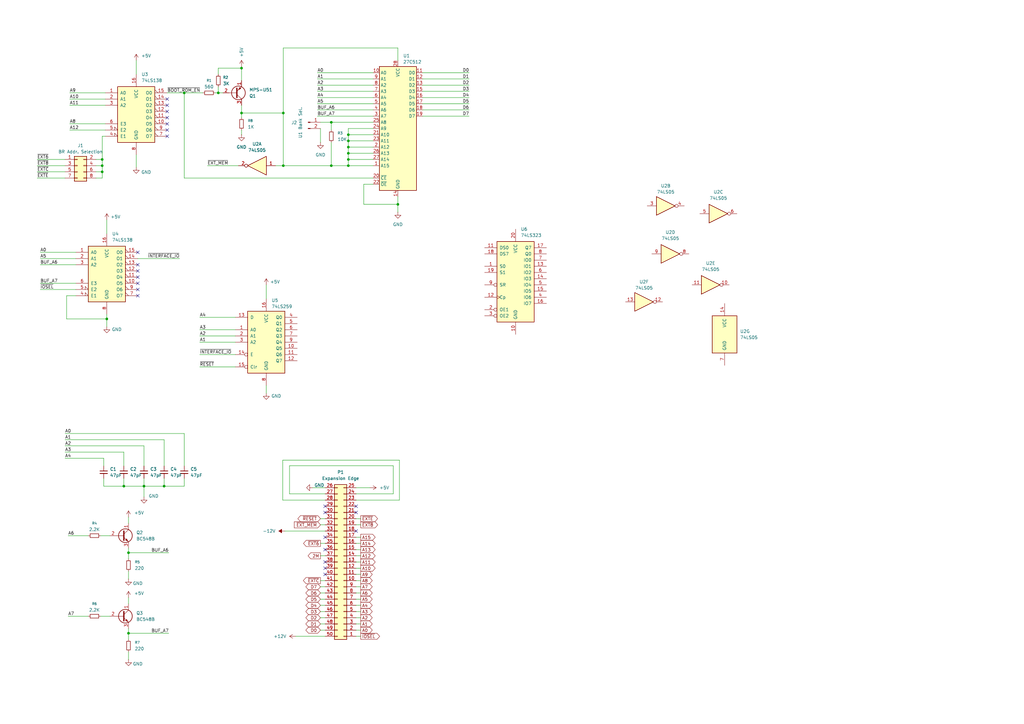
<source format=kicad_sch>
(kicad_sch
	(version 20250114)
	(generator "eeschema")
	(generator_version "9.0")
	(uuid "8d29f76a-632b-4d71-951f-82f85a7a70e9")
	(paper "A3")
	
	(junction
		(at 142.875 62.865)
		(diameter 0)
		(color 0 0 0 0)
		(uuid "01d48d2e-1fc7-421c-8f41-f2b58efc56b7")
	)
	(junction
		(at 116.205 67.945)
		(diameter 0)
		(color 0 0 0 0)
		(uuid "0d0b96b0-0cac-4be3-8c90-a0bf81720f30")
	)
	(junction
		(at 59.055 199.39)
		(diameter 0)
		(color 0 0 0 0)
		(uuid "119b48f2-1577-4777-acc9-d9aadea8fa44")
	)
	(junction
		(at 142.875 67.945)
		(diameter 0)
		(color 0 0 0 0)
		(uuid "25eda2ea-0d80-4a13-b758-8934df7b1186")
	)
	(junction
		(at 52.705 226.695)
		(diameter 0)
		(color 0 0 0 0)
		(uuid "27f91d6a-493d-4642-8480-98413ca5e9ac")
	)
	(junction
		(at 67.31 199.39)
		(diameter 0)
		(color 0 0 0 0)
		(uuid "29349294-1f3f-4640-b2ab-7410cad4308a")
	)
	(junction
		(at 41.91 65.405)
		(diameter 0)
		(color 0 0 0 0)
		(uuid "33459bfc-78a4-4df1-b7ec-4a599d3afe7a")
	)
	(junction
		(at 99.06 27.94)
		(diameter 0)
		(color 0 0 0 0)
		(uuid "44b8b299-cb67-4c66-ac52-75c305bb50bd")
	)
	(junction
		(at 52.705 259.715)
		(diameter 0)
		(color 0 0 0 0)
		(uuid "4c902e09-bb10-45d2-b006-d3c03ff5b534")
	)
	(junction
		(at 142.875 57.785)
		(diameter 0)
		(color 0 0 0 0)
		(uuid "70a0373d-7a68-4afc-8cad-95ebda80169a")
	)
	(junction
		(at 50.8 199.39)
		(diameter 0)
		(color 0 0 0 0)
		(uuid "71096d60-8849-4e18-914c-f1c240d1136b")
	)
	(junction
		(at 99.06 46.355)
		(diameter 0)
		(color 0 0 0 0)
		(uuid "7711e55e-54cb-47ce-b3a8-2e8aa9dd75c5")
	)
	(junction
		(at 142.875 60.325)
		(diameter 0)
		(color 0 0 0 0)
		(uuid "7d515100-46c7-4cf9-8dc0-d23523a18258")
	)
	(junction
		(at 116.205 46.355)
		(diameter 0)
		(color 0 0 0 0)
		(uuid "89f9f6ca-003e-4793-9cb6-a3f77b727816")
	)
	(junction
		(at 135.89 67.945)
		(diameter 0)
		(color 0 0 0 0)
		(uuid "8e4b6b92-3ba2-431e-a677-d8a9bcbb4d53")
	)
	(junction
		(at 89.535 38.1)
		(diameter 0)
		(color 0 0 0 0)
		(uuid "96ac1b33-3353-4ec2-8d7e-27f096740b8b")
	)
	(junction
		(at 41.91 70.485)
		(diameter 0)
		(color 0 0 0 0)
		(uuid "975256c0-eea7-4130-a316-bc2c652a05bd")
	)
	(junction
		(at 75.565 38.1)
		(diameter 0)
		(color 0 0 0 0)
		(uuid "a0580710-2a56-4930-b0e3-8d4868c9af5e")
	)
	(junction
		(at 142.875 55.245)
		(diameter 0)
		(color 0 0 0 0)
		(uuid "a8cfcd6c-4a47-461e-ab71-a6313b01b830")
	)
	(junction
		(at 43.815 130.81)
		(diameter 0)
		(color 0 0 0 0)
		(uuid "ab38b081-8964-496f-b78f-e3ea79d878ab")
	)
	(junction
		(at 135.89 50.165)
		(diameter 0)
		(color 0 0 0 0)
		(uuid "bdd0c0c9-466f-4590-9c94-69cb2bee5205")
	)
	(junction
		(at 163.195 83.82)
		(diameter 0)
		(color 0 0 0 0)
		(uuid "c1efaf1e-1e6a-4dc9-a690-69ecbc5a62b7")
	)
	(junction
		(at 142.875 65.405)
		(diameter 0)
		(color 0 0 0 0)
		(uuid "ccd3b3fb-013e-44c1-a428-6e3d38fb7d80")
	)
	(junction
		(at 41.91 67.945)
		(diameter 0)
		(color 0 0 0 0)
		(uuid "e91705e5-87a1-4a8f-b2de-53f43f1d346d")
	)
	(no_connect
		(at 68.58 45.72)
		(uuid "067ea82d-6d0a-41b4-9657-6bdac6e9eb80")
	)
	(no_connect
		(at 146.05 207.645)
		(uuid "09cb5ca2-f037-4767-bd4d-094c054413ca")
	)
	(no_connect
		(at 133.35 210.185)
		(uuid "0c808b20-1ba0-487f-bde6-631fcdf86992")
	)
	(no_connect
		(at 56.515 103.505)
		(uuid "2be33c63-521d-4fe9-9f17-dc1c2f289eb5")
	)
	(no_connect
		(at 133.35 233.045)
		(uuid "3df9b39c-f7bd-4e28-98f6-f2a8b555dccf")
	)
	(no_connect
		(at 56.515 108.585)
		(uuid "47fcd414-e92f-454d-8cf9-c819bab47b66")
	)
	(no_connect
		(at 56.515 113.665)
		(uuid "56e466e4-ae50-4c52-8452-ae5cc1b8263c")
	)
	(no_connect
		(at 56.515 116.205)
		(uuid "5d6d6ff6-70a1-4d08-88e4-fa16cf588d6d")
	)
	(no_connect
		(at 133.35 230.505)
		(uuid "5ea4b0f4-536a-4279-ac4c-04203f194641")
	)
	(no_connect
		(at 146.05 210.185)
		(uuid "74c89753-aa43-46ac-82d6-f1c8035f7dc9")
	)
	(no_connect
		(at 133.35 225.425)
		(uuid "7f40a9b2-6015-430a-bf2e-e9397fb5675f")
	)
	(no_connect
		(at 133.35 207.645)
		(uuid "845f3c28-3ea3-4169-9f2b-9dd6d4e7a7f3")
	)
	(no_connect
		(at 56.515 118.745)
		(uuid "9ef8bd9e-b12c-49f5-b98a-096bd80c74df")
	)
	(no_connect
		(at 68.58 40.64)
		(uuid "a2180a0c-4386-4f2f-877c-d958ae4abb84")
	)
	(no_connect
		(at 146.05 217.805)
		(uuid "a65c5215-f32e-4281-a70d-d2e04994f325")
	)
	(no_connect
		(at 68.58 55.88)
		(uuid "c1d01b7b-1950-4bfc-9899-1fae010e0993")
	)
	(no_connect
		(at 68.58 48.26)
		(uuid "c6278f2b-666c-49ae-9735-14eae2db2129")
	)
	(no_connect
		(at 133.35 235.585)
		(uuid "cc97dbf1-a437-4548-ac8f-50dfd2b59e4a")
	)
	(no_connect
		(at 68.58 43.18)
		(uuid "cca9f809-efdf-454d-96d8-f6ab624b5dba")
	)
	(no_connect
		(at 56.515 121.285)
		(uuid "dbab1e1a-9050-44a4-99e0-1957778be5a1")
	)
	(no_connect
		(at 56.515 111.125)
		(uuid "df2d788d-d649-48d0-8944-78906433eea5")
	)
	(no_connect
		(at 133.35 220.345)
		(uuid "dfa21c67-ce2b-471f-aa3e-6773bee1e862")
	)
	(no_connect
		(at 68.58 53.34)
		(uuid "eb444ecb-0cb7-40c7-86ab-911c11f00b8d")
	)
	(no_connect
		(at 68.58 50.8)
		(uuid "f66c9e88-bf82-4e44-ad05-32d4017aa917")
	)
	(wire
		(pts
			(xy 142.875 55.245) (xy 142.875 57.785)
		)
		(stroke
			(width 0)
			(type default)
		)
		(uuid "00b930ef-d699-4938-9298-7fe3fab82ce3")
	)
	(wire
		(pts
			(xy 135.89 50.165) (xy 153.035 50.165)
		)
		(stroke
			(width 0)
			(type default)
		)
		(uuid "028d1575-8ddf-4806-9f1a-6287453b109d")
	)
	(wire
		(pts
			(xy 28.575 40.64) (xy 43.18 40.64)
		)
		(stroke
			(width 0)
			(type default)
		)
		(uuid "0372d352-2b15-4522-a99d-9b308d4b21f3")
	)
	(wire
		(pts
			(xy 81.915 130.175) (xy 96.52 130.175)
		)
		(stroke
			(width 0)
			(type default)
		)
		(uuid "039a2e32-68db-4694-b448-624d154c05e9")
	)
	(wire
		(pts
			(xy 75.565 73.025) (xy 153.035 73.025)
		)
		(stroke
			(width 0)
			(type default)
		)
		(uuid "04e6b08f-47ff-48f0-902f-06b34a473080")
	)
	(wire
		(pts
			(xy 130.175 32.385) (xy 153.035 32.385)
		)
		(stroke
			(width 0)
			(type default)
		)
		(uuid "06dfb504-daaa-4f2d-add6-242c3dcfd022")
	)
	(wire
		(pts
			(xy 116.205 67.945) (xy 135.89 67.945)
		)
		(stroke
			(width 0)
			(type default)
		)
		(uuid "07a57c33-fad4-4128-b302-7327187962f9")
	)
	(wire
		(pts
			(xy 118.745 191.008) (xy 118.745 202.565)
		)
		(stroke
			(width 0)
			(type default)
		)
		(uuid "07f2b615-5605-464c-80d8-11014832cdd0")
	)
	(wire
		(pts
			(xy 153.035 57.785) (xy 142.875 57.785)
		)
		(stroke
			(width 0)
			(type default)
		)
		(uuid "09a8356f-2fba-4704-b2da-93686ba37f38")
	)
	(wire
		(pts
			(xy 52.705 212.09) (xy 52.705 214.63)
		)
		(stroke
			(width 0)
			(type default)
		)
		(uuid "0bd7c1b6-5474-4cf3-a3b0-4b7fedb307c1")
	)
	(wire
		(pts
			(xy 146.05 250.825) (xy 147.955 250.825)
		)
		(stroke
			(width 0)
			(type default)
		)
		(uuid "0cd9d382-dd16-4687-ae20-27db55c4969f")
	)
	(wire
		(pts
			(xy 43.815 95.885) (xy 43.815 90.17)
		)
		(stroke
			(width 0)
			(type default)
		)
		(uuid "0d2d1b70-207a-40d0-8af1-3fa7ae681a58")
	)
	(wire
		(pts
			(xy 75.565 177.8) (xy 75.565 191.135)
		)
		(stroke
			(width 0)
			(type default)
		)
		(uuid "0e7ddf80-563f-4769-838e-ac02c33390de")
	)
	(wire
		(pts
			(xy 16.51 108.585) (xy 31.115 108.585)
		)
		(stroke
			(width 0)
			(type default)
		)
		(uuid "0eeabcd7-348c-496c-bf89-9efee8011e76")
	)
	(wire
		(pts
			(xy 146.05 222.885) (xy 147.955 222.885)
		)
		(stroke
			(width 0)
			(type default)
		)
		(uuid "11530c3b-e92a-4222-8587-26beff227523")
	)
	(wire
		(pts
			(xy 81.915 137.795) (xy 96.52 137.795)
		)
		(stroke
			(width 0)
			(type default)
		)
		(uuid "11c1f889-0782-419a-9274-a5f46e7a77d6")
	)
	(wire
		(pts
			(xy 173.355 42.545) (xy 192.405 42.545)
		)
		(stroke
			(width 0)
			(type default)
		)
		(uuid "12110a36-4fab-4ea9-a3d2-963884a4db6c")
	)
	(wire
		(pts
			(xy 161.29 191.008) (xy 118.745 191.008)
		)
		(stroke
			(width 0)
			(type default)
		)
		(uuid "12ae0546-56ce-4946-ae78-a3f728f0fec8")
	)
	(wire
		(pts
			(xy 81.915 135.255) (xy 96.52 135.255)
		)
		(stroke
			(width 0)
			(type default)
		)
		(uuid "1347fb1c-05d5-4bce-ad58-525ca10c9c45")
	)
	(wire
		(pts
			(xy 55.88 30.48) (xy 55.88 24.765)
		)
		(stroke
			(width 0)
			(type default)
		)
		(uuid "137a59a7-d598-4881-b97f-46f227b75fef")
	)
	(wire
		(pts
			(xy 142.875 52.705) (xy 142.875 55.245)
		)
		(stroke
			(width 0)
			(type default)
		)
		(uuid "13e240cc-e045-44db-aad9-be7c942869ad")
	)
	(wire
		(pts
			(xy 142.875 65.405) (xy 142.875 67.945)
		)
		(stroke
			(width 0)
			(type default)
		)
		(uuid "14b10178-dc8e-43b4-93a3-db26bee0e398")
	)
	(wire
		(pts
			(xy 115.951 205.105) (xy 133.35 205.105)
		)
		(stroke
			(width 0)
			(type default)
		)
		(uuid "151c7a5c-1632-4466-9a42-660310eb7d64")
	)
	(wire
		(pts
			(xy 131.445 227.965) (xy 133.35 227.965)
		)
		(stroke
			(width 0)
			(type default)
		)
		(uuid "15b9b2c6-c334-4e36-8e4f-94f73fcd7630")
	)
	(wire
		(pts
			(xy 99.06 46.355) (xy 99.06 48.26)
		)
		(stroke
			(width 0)
			(type default)
		)
		(uuid "161d0a44-9055-44c3-8b4b-49f9ee93aff1")
	)
	(wire
		(pts
			(xy 146.05 215.265) (xy 147.955 215.265)
		)
		(stroke
			(width 0)
			(type default)
		)
		(uuid "16401bde-830b-4199-83e6-9779a594a4d2")
	)
	(wire
		(pts
			(xy 131.445 253.365) (xy 133.35 253.365)
		)
		(stroke
			(width 0)
			(type default)
		)
		(uuid "17982d4b-6e11-43bc-b285-ce88a4c766c4")
	)
	(wire
		(pts
			(xy 89.535 35.56) (xy 89.535 38.1)
		)
		(stroke
			(width 0)
			(type default)
		)
		(uuid "17b7681b-e633-43fc-a18a-0ddee7df8334")
	)
	(wire
		(pts
			(xy 153.035 67.945) (xy 142.875 67.945)
		)
		(stroke
			(width 0)
			(type default)
		)
		(uuid "17c0f294-6f59-420f-a498-046a3788627d")
	)
	(wire
		(pts
			(xy 109.22 122.555) (xy 109.22 116.84)
		)
		(stroke
			(width 0)
			(type default)
		)
		(uuid "181dc5f1-5c34-47c5-ae2d-02186a1e3414")
	)
	(wire
		(pts
			(xy 39.37 65.405) (xy 41.91 65.405)
		)
		(stroke
			(width 0)
			(type default)
		)
		(uuid "18798bd8-534d-4d88-aa33-c34029bcb2d6")
	)
	(wire
		(pts
			(xy 26.67 187.96) (xy 42.545 187.96)
		)
		(stroke
			(width 0)
			(type default)
		)
		(uuid "1b654f03-7664-444c-badc-996edbde7bfc")
	)
	(wire
		(pts
			(xy 146.05 248.285) (xy 147.955 248.285)
		)
		(stroke
			(width 0)
			(type default)
		)
		(uuid "1bdb2ec4-0b54-486d-ab8a-3a3cf73fc46f")
	)
	(wire
		(pts
			(xy 163.83 205.105) (xy 163.83 188.722)
		)
		(stroke
			(width 0)
			(type default)
		)
		(uuid "203d27a7-ebba-4d12-badd-bc5fc73a868a")
	)
	(wire
		(pts
			(xy 99.06 53.34) (xy 99.06 55.245)
		)
		(stroke
			(width 0)
			(type default)
		)
		(uuid "21841d3e-9963-449b-9217-31c730563b74")
	)
	(wire
		(pts
			(xy 43.18 55.88) (xy 41.91 55.88)
		)
		(stroke
			(width 0)
			(type default)
		)
		(uuid "21a6df2d-d137-446a-99d5-38aec9f76e17")
	)
	(wire
		(pts
			(xy 16.51 103.505) (xy 31.115 103.505)
		)
		(stroke
			(width 0)
			(type default)
		)
		(uuid "23d03d7f-3fa3-4262-94ef-c7d67723f473")
	)
	(wire
		(pts
			(xy 146.05 240.665) (xy 147.955 240.665)
		)
		(stroke
			(width 0)
			(type default)
		)
		(uuid "25d35aca-2b44-482d-a9c6-cd18913cbaf2")
	)
	(wire
		(pts
			(xy 52.705 245.11) (xy 52.705 247.65)
		)
		(stroke
			(width 0)
			(type default)
		)
		(uuid "29947b21-19f9-4dea-afde-98ba13f39b07")
	)
	(wire
		(pts
			(xy 128.27 200.025) (xy 133.35 200.025)
		)
		(stroke
			(width 0)
			(type default)
		)
		(uuid "2a61f7db-2c66-4b9e-b2b0-91ca8c97dee9")
	)
	(wire
		(pts
			(xy 146.05 235.585) (xy 147.955 235.585)
		)
		(stroke
			(width 0)
			(type default)
		)
		(uuid "2ab04268-d2c1-443d-9da8-f95d2b922db2")
	)
	(wire
		(pts
			(xy 41.91 70.485) (xy 41.91 73.025)
		)
		(stroke
			(width 0)
			(type default)
		)
		(uuid "2c6ab259-f194-44c0-847e-8e1b0ea7f876")
	)
	(wire
		(pts
			(xy 43.815 133.985) (xy 43.815 130.81)
		)
		(stroke
			(width 0)
			(type default)
		)
		(uuid "2cfef103-2bfc-450e-addc-725ce57e70bc")
	)
	(wire
		(pts
			(xy 149.225 75.565) (xy 149.225 83.82)
		)
		(stroke
			(width 0)
			(type default)
		)
		(uuid "2df966cc-2b81-4d1e-a11e-3e09c4187e92")
	)
	(wire
		(pts
			(xy 75.565 38.1) (xy 83.185 38.1)
		)
		(stroke
			(width 0)
			(type default)
		)
		(uuid "2eedc8d3-ab80-4b32-86f1-5373fe2d01ad")
	)
	(wire
		(pts
			(xy 131.445 243.205) (xy 133.35 243.205)
		)
		(stroke
			(width 0)
			(type default)
		)
		(uuid "2f250031-cd09-4dcd-a85f-5ef9ad5a6c05")
	)
	(wire
		(pts
			(xy 42.545 196.215) (xy 42.545 199.39)
		)
		(stroke
			(width 0)
			(type default)
		)
		(uuid "30b48cb1-c917-43bc-a391-49b170fb8b4f")
	)
	(wire
		(pts
			(xy 28.575 38.1) (xy 43.18 38.1)
		)
		(stroke
			(width 0)
			(type default)
		)
		(uuid "32ebe881-783b-4267-a979-85a0df767077")
	)
	(wire
		(pts
			(xy 39.37 67.945) (xy 41.91 67.945)
		)
		(stroke
			(width 0)
			(type default)
		)
		(uuid "33d24365-71fa-4944-86cf-cdb5c082970f")
	)
	(wire
		(pts
			(xy 153.035 65.405) (xy 142.875 65.405)
		)
		(stroke
			(width 0)
			(type default)
		)
		(uuid "354c46bf-479b-4cd6-8d12-18e67378f9da")
	)
	(wire
		(pts
			(xy 130.175 37.465) (xy 153.035 37.465)
		)
		(stroke
			(width 0)
			(type default)
		)
		(uuid "3559a3b7-6e34-4348-9046-05da7a766a55")
	)
	(wire
		(pts
			(xy 146.05 253.365) (xy 147.955 253.365)
		)
		(stroke
			(width 0)
			(type default)
		)
		(uuid "35ee101e-87d7-4b57-ab93-1eb6551f657b")
	)
	(wire
		(pts
			(xy 146.05 260.985) (xy 147.955 260.985)
		)
		(stroke
			(width 0)
			(type default)
		)
		(uuid "36320a72-48da-4e36-8f3e-297e7299917f")
	)
	(wire
		(pts
			(xy 26.67 182.88) (xy 59.055 182.88)
		)
		(stroke
			(width 0)
			(type default)
		)
		(uuid "3694733d-86af-46a1-8dc1-456788fd8d63")
	)
	(wire
		(pts
			(xy 31.115 121.285) (xy 27.305 121.285)
		)
		(stroke
			(width 0)
			(type default)
		)
		(uuid "3fff86d1-0215-40f2-b4f5-1d9d13e46f2d")
	)
	(wire
		(pts
			(xy 163.195 19.685) (xy 116.205 19.685)
		)
		(stroke
			(width 0)
			(type default)
		)
		(uuid "4196cbba-2973-4cb2-a76a-dc0b2a7f6eb3")
	)
	(wire
		(pts
			(xy 153.035 60.325) (xy 142.875 60.325)
		)
		(stroke
			(width 0)
			(type default)
		)
		(uuid "41a8ff62-2046-4fd2-845e-ad564c5185c0")
	)
	(wire
		(pts
			(xy 59.055 199.39) (xy 59.055 203.835)
		)
		(stroke
			(width 0)
			(type default)
		)
		(uuid "4901b3ad-5dc8-4e8e-85f5-a46cc078a23e")
	)
	(wire
		(pts
			(xy 28.575 43.18) (xy 43.18 43.18)
		)
		(stroke
			(width 0)
			(type default)
		)
		(uuid "490d48b1-f053-4697-8c4f-7354f1c4942b")
	)
	(wire
		(pts
			(xy 113.03 67.945) (xy 116.205 67.945)
		)
		(stroke
			(width 0)
			(type default)
		)
		(uuid "49a0cf47-be00-4eb0-a74c-1952d5948619")
	)
	(wire
		(pts
			(xy 131.445 238.125) (xy 133.35 238.125)
		)
		(stroke
			(width 0)
			(type default)
		)
		(uuid "4faa7985-0186-4e99-b44b-c38c9bbb3ee9")
	)
	(wire
		(pts
			(xy 43.815 130.81) (xy 43.815 128.905)
		)
		(stroke
			(width 0)
			(type default)
		)
		(uuid "5027c0f5-3385-4cf5-a58c-1f5e98487041")
	)
	(wire
		(pts
			(xy 131.445 245.745) (xy 133.35 245.745)
		)
		(stroke
			(width 0)
			(type default)
		)
		(uuid "50614a38-6480-4f87-98cc-9f11de71a2bd")
	)
	(wire
		(pts
			(xy 85.09 67.945) (xy 97.79 67.945)
		)
		(stroke
			(width 0)
			(type default)
		)
		(uuid "531236f9-7668-4b77-9f03-d5c4d0bfea5c")
	)
	(wire
		(pts
			(xy 26.67 177.8) (xy 75.565 177.8)
		)
		(stroke
			(width 0)
			(type default)
		)
		(uuid "53436af9-f1c5-4c5b-9a19-85985208e0e2")
	)
	(wire
		(pts
			(xy 146.05 258.445) (xy 147.955 258.445)
		)
		(stroke
			(width 0)
			(type default)
		)
		(uuid "568e7785-c5b9-4059-9643-5fbc6eaade3b")
	)
	(wire
		(pts
			(xy 50.8 185.42) (xy 50.8 191.135)
		)
		(stroke
			(width 0)
			(type default)
		)
		(uuid "568f02af-84ae-47cd-ae39-8c553b93519e")
	)
	(wire
		(pts
			(xy 153.035 55.245) (xy 142.875 55.245)
		)
		(stroke
			(width 0)
			(type default)
		)
		(uuid "586bfb2a-e810-42cc-b024-bcbecedd38f3")
	)
	(wire
		(pts
			(xy 28.575 53.34) (xy 43.18 53.34)
		)
		(stroke
			(width 0)
			(type default)
		)
		(uuid "592a6608-e914-455a-a672-a13f5e90cb0d")
	)
	(wire
		(pts
			(xy 27.94 219.71) (xy 36.195 219.71)
		)
		(stroke
			(width 0)
			(type default)
		)
		(uuid "5bcb0dc6-e631-44cb-84ba-13e6a1ffd1f7")
	)
	(wire
		(pts
			(xy 115.951 188.722) (xy 115.951 205.105)
		)
		(stroke
			(width 0)
			(type default)
		)
		(uuid "5dc6b905-8c81-4f61-a027-da94067e26a0")
	)
	(wire
		(pts
			(xy 163.195 24.765) (xy 163.195 19.685)
		)
		(stroke
			(width 0)
			(type default)
		)
		(uuid "5fd3da55-3230-40c9-be5c-74c7a33e6c37")
	)
	(wire
		(pts
			(xy 135.89 67.945) (xy 142.875 67.945)
		)
		(stroke
			(width 0)
			(type default)
		)
		(uuid "604dc9a7-75f7-4abf-8d52-2ff49d51fe7b")
	)
	(wire
		(pts
			(xy 161.29 202.565) (xy 161.29 191.008)
		)
		(stroke
			(width 0)
			(type default)
		)
		(uuid "6771efae-95cf-4487-be0a-fa7f4be4608a")
	)
	(wire
		(pts
			(xy 142.875 60.325) (xy 142.875 62.865)
		)
		(stroke
			(width 0)
			(type default)
		)
		(uuid "699b8ab7-09c8-4085-98fd-cd026e035585")
	)
	(wire
		(pts
			(xy 153.035 62.865) (xy 142.875 62.865)
		)
		(stroke
			(width 0)
			(type default)
		)
		(uuid "69db8330-1848-4c7d-b684-039e3999543a")
	)
	(wire
		(pts
			(xy 135.89 53.34) (xy 135.89 50.165)
		)
		(stroke
			(width 0)
			(type default)
		)
		(uuid "6c901aca-2020-4c1f-9402-d794e8f3fe71")
	)
	(wire
		(pts
			(xy 41.91 65.405) (xy 41.91 67.945)
		)
		(stroke
			(width 0)
			(type default)
		)
		(uuid "6c963ff3-bd07-4aac-be9d-f6c4800c2195")
	)
	(wire
		(pts
			(xy 109.22 161.29) (xy 109.22 158.115)
		)
		(stroke
			(width 0)
			(type default)
		)
		(uuid "6d8f5813-5c5e-490d-9b15-efbe99c89e37")
	)
	(wire
		(pts
			(xy 26.67 180.34) (xy 67.31 180.34)
		)
		(stroke
			(width 0)
			(type default)
		)
		(uuid "71b46cd7-7ba5-4e6e-af88-0a8a758e4906")
	)
	(wire
		(pts
			(xy 131.445 240.665) (xy 133.35 240.665)
		)
		(stroke
			(width 0)
			(type default)
		)
		(uuid "725bffae-5de0-4640-965f-640141a71ae9")
	)
	(wire
		(pts
			(xy 50.8 196.215) (xy 50.8 199.39)
		)
		(stroke
			(width 0)
			(type default)
		)
		(uuid "72f42fec-38bd-4cfb-9cd9-34c81fca0308")
	)
	(wire
		(pts
			(xy 15.24 73.025) (xy 26.67 73.025)
		)
		(stroke
			(width 0)
			(type default)
		)
		(uuid "74512bc5-9132-4e7d-a42a-9db378710d27")
	)
	(wire
		(pts
			(xy 75.565 199.39) (xy 75.565 196.215)
		)
		(stroke
			(width 0)
			(type default)
		)
		(uuid "74c9d810-ea8f-452a-9fd3-2337434b7836")
	)
	(wire
		(pts
			(xy 131.445 255.905) (xy 133.35 255.905)
		)
		(stroke
			(width 0)
			(type default)
		)
		(uuid "75cc97bb-2ee9-4b10-ba4a-ece6593cb1be")
	)
	(wire
		(pts
			(xy 121.285 260.985) (xy 133.35 260.985)
		)
		(stroke
			(width 0)
			(type default)
		)
		(uuid "7681ddee-2938-4e36-a2fd-18aef84be339")
	)
	(wire
		(pts
			(xy 163.195 83.82) (xy 163.195 86.995)
		)
		(stroke
			(width 0)
			(type default)
		)
		(uuid "796d7324-1a11-4fba-9c27-5b4438d23fd1")
	)
	(wire
		(pts
			(xy 41.91 55.88) (xy 41.91 65.405)
		)
		(stroke
			(width 0)
			(type default)
		)
		(uuid "7a107b3c-7620-4db3-a25a-b8bb349be3fe")
	)
	(wire
		(pts
			(xy 146.05 220.345) (xy 147.955 220.345)
		)
		(stroke
			(width 0)
			(type default)
		)
		(uuid "7d1c51e5-11f3-42a0-8b7f-7ff383ed264d")
	)
	(wire
		(pts
			(xy 130.175 47.625) (xy 153.035 47.625)
		)
		(stroke
			(width 0)
			(type default)
		)
		(uuid "7ef3231d-f5ed-478d-8ed6-7c30ed2e2de9")
	)
	(wire
		(pts
			(xy 75.565 73.025) (xy 75.565 38.1)
		)
		(stroke
			(width 0)
			(type default)
		)
		(uuid "8206c782-889e-40b2-aad4-6c4c9ca051e0")
	)
	(wire
		(pts
			(xy 27.94 252.73) (xy 36.195 252.73)
		)
		(stroke
			(width 0)
			(type default)
		)
		(uuid "84167642-c164-4c17-8df4-e3af0cf3727a")
	)
	(wire
		(pts
			(xy 146.05 225.425) (xy 147.955 225.425)
		)
		(stroke
			(width 0)
			(type default)
		)
		(uuid "862b098f-dcdb-48a4-bee5-f7ec9ee0bf6b")
	)
	(wire
		(pts
			(xy 81.915 145.415) (xy 96.52 145.415)
		)
		(stroke
			(width 0)
			(type default)
		)
		(uuid "88a0ff0c-da3a-430f-a152-0603fdde9b8a")
	)
	(wire
		(pts
			(xy 173.355 32.385) (xy 192.405 32.385)
		)
		(stroke
			(width 0)
			(type default)
		)
		(uuid "89af6f40-ed08-42fd-b7ef-f51e1ba661d3")
	)
	(wire
		(pts
			(xy 52.705 259.715) (xy 52.705 262.255)
		)
		(stroke
			(width 0)
			(type default)
		)
		(uuid "8aafc43f-f236-4215-abb9-1e87f612ed97")
	)
	(wire
		(pts
			(xy 146.05 202.565) (xy 161.29 202.565)
		)
		(stroke
			(width 0)
			(type default)
		)
		(uuid "8bec9080-3486-4c8c-be5a-ba6894140cfa")
	)
	(wire
		(pts
			(xy 16.51 116.205) (xy 31.115 116.205)
		)
		(stroke
			(width 0)
			(type default)
		)
		(uuid "8d275bf9-0ee8-43a3-af5d-161f15f0aa8a")
	)
	(wire
		(pts
			(xy 39.37 73.025) (xy 41.91 73.025)
		)
		(stroke
			(width 0)
			(type default)
		)
		(uuid "8e7c41ad-83f7-4142-8030-246fa950a6e1")
	)
	(wire
		(pts
			(xy 52.705 226.695) (xy 52.705 229.235)
		)
		(stroke
			(width 0)
			(type default)
		)
		(uuid "908ade44-6b8e-41c7-9373-81f914391b52")
	)
	(wire
		(pts
			(xy 130.175 29.845) (xy 153.035 29.845)
		)
		(stroke
			(width 0)
			(type default)
		)
		(uuid "91c66822-7e06-4bca-a878-eed05e1846cc")
	)
	(wire
		(pts
			(xy 131.445 222.885) (xy 133.35 222.885)
		)
		(stroke
			(width 0)
			(type default)
		)
		(uuid "92229e3a-a04c-4b2f-897b-61be92d999c5")
	)
	(wire
		(pts
			(xy 99.06 46.355) (xy 116.205 46.355)
		)
		(stroke
			(width 0)
			(type default)
		)
		(uuid "9272080f-68e5-4b70-966b-bf8d5efef7e9")
	)
	(wire
		(pts
			(xy 41.275 219.71) (xy 45.085 219.71)
		)
		(stroke
			(width 0)
			(type default)
		)
		(uuid "92a1c764-7440-4f80-a1da-118bf1227c09")
	)
	(wire
		(pts
			(xy 89.535 38.1) (xy 91.44 38.1)
		)
		(stroke
			(width 0)
			(type default)
		)
		(uuid "9337a77d-4611-4f92-813d-a0bc00edda68")
	)
	(wire
		(pts
			(xy 163.195 80.645) (xy 163.195 83.82)
		)
		(stroke
			(width 0)
			(type default)
		)
		(uuid "9343c07a-5c04-41fc-af58-39456bfb33f6")
	)
	(wire
		(pts
			(xy 130.175 40.005) (xy 153.035 40.005)
		)
		(stroke
			(width 0)
			(type default)
		)
		(uuid "93994a67-08d2-477e-b0ae-77b111b4b45e")
	)
	(wire
		(pts
			(xy 50.8 199.39) (xy 59.055 199.39)
		)
		(stroke
			(width 0)
			(type default)
		)
		(uuid "94e7ab1c-7824-4020-aa73-f433b269534b")
	)
	(wire
		(pts
			(xy 130.175 45.085) (xy 153.035 45.085)
		)
		(stroke
			(width 0)
			(type default)
		)
		(uuid "95e3704d-edf0-4662-bad4-1ed5a93189d2")
	)
	(wire
		(pts
			(xy 52.705 226.695) (xy 69.215 226.695)
		)
		(stroke
			(width 0)
			(type default)
		)
		(uuid "960f0416-95a8-408a-ab1b-ce3ec01dcf36")
	)
	(wire
		(pts
			(xy 173.355 40.005) (xy 192.405 40.005)
		)
		(stroke
			(width 0)
			(type default)
		)
		(uuid "96e214f2-8d90-40bd-94eb-6f64a25f4182")
	)
	(wire
		(pts
			(xy 16.51 106.045) (xy 31.115 106.045)
		)
		(stroke
			(width 0)
			(type default)
		)
		(uuid "99091072-dbaf-4e15-9401-e76f3766a5cc")
	)
	(wire
		(pts
			(xy 16.51 118.745) (xy 31.115 118.745)
		)
		(stroke
			(width 0)
			(type default)
		)
		(uuid "995a8957-ef14-4ba2-92cd-a0273c9daa1c")
	)
	(wire
		(pts
			(xy 146.05 230.505) (xy 147.955 230.505)
		)
		(stroke
			(width 0)
			(type default)
		)
		(uuid "9cb99440-ab2a-437d-ad9d-b2daa0d8964a")
	)
	(wire
		(pts
			(xy 52.705 234.315) (xy 52.705 237.49)
		)
		(stroke
			(width 0)
			(type default)
		)
		(uuid "9f777b70-29ba-4988-b309-31140c26bef3")
	)
	(wire
		(pts
			(xy 173.355 47.625) (xy 192.405 47.625)
		)
		(stroke
			(width 0)
			(type default)
		)
		(uuid "a1e7fb96-1e23-4223-b929-ed033917fe47")
	)
	(wire
		(pts
			(xy 59.055 182.88) (xy 59.055 191.135)
		)
		(stroke
			(width 0)
			(type default)
		)
		(uuid "a8a56e6d-2aca-4944-84cb-06b1a40cf431")
	)
	(wire
		(pts
			(xy 52.705 259.715) (xy 69.215 259.715)
		)
		(stroke
			(width 0)
			(type default)
		)
		(uuid "abe2a5f1-74eb-492c-a676-4e9764767665")
	)
	(wire
		(pts
			(xy 41.275 252.73) (xy 45.085 252.73)
		)
		(stroke
			(width 0)
			(type default)
		)
		(uuid "ac4563f4-c4b4-49f7-af78-58321bea7a8e")
	)
	(wire
		(pts
			(xy 99.06 27.94) (xy 99.06 27.305)
		)
		(stroke
			(width 0)
			(type default)
		)
		(uuid "acf9f79a-2735-47f6-811b-4a563edf7a5a")
	)
	(wire
		(pts
			(xy 146.05 255.905) (xy 147.955 255.905)
		)
		(stroke
			(width 0)
			(type default)
		)
		(uuid "aec0ebfd-1a4a-4ce3-b682-286c0adf9d01")
	)
	(wire
		(pts
			(xy 68.58 38.1) (xy 75.565 38.1)
		)
		(stroke
			(width 0)
			(type default)
		)
		(uuid "b05aae7f-e04a-404a-8e6b-00f178fc389e")
	)
	(wire
		(pts
			(xy 146.05 245.745) (xy 147.955 245.745)
		)
		(stroke
			(width 0)
			(type default)
		)
		(uuid "b21de7ae-f82f-4a0b-91fb-cb63fdcdad41")
	)
	(wire
		(pts
			(xy 116.205 19.685) (xy 116.205 46.355)
		)
		(stroke
			(width 0)
			(type default)
		)
		(uuid "b21e4f99-253a-48ce-8d6a-69eca50b1229")
	)
	(wire
		(pts
			(xy 173.355 34.925) (xy 192.405 34.925)
		)
		(stroke
			(width 0)
			(type default)
		)
		(uuid "b31b94c0-6ef5-40a6-ae4c-7acb651a3156")
	)
	(wire
		(pts
			(xy 153.035 75.565) (xy 149.225 75.565)
		)
		(stroke
			(width 0)
			(type default)
		)
		(uuid "b7a1f2a6-7110-40cd-8f9a-0b9a9b39633b")
	)
	(wire
		(pts
			(xy 15.24 67.945) (xy 26.67 67.945)
		)
		(stroke
			(width 0)
			(type default)
		)
		(uuid "b81b0a7f-2389-4705-87bd-e808e2f6a4e6")
	)
	(wire
		(pts
			(xy 142.875 57.785) (xy 142.875 60.325)
		)
		(stroke
			(width 0)
			(type default)
		)
		(uuid "b925dec3-64e2-49d4-9ac6-63a5379a30ab")
	)
	(wire
		(pts
			(xy 146.05 233.045) (xy 147.955 233.045)
		)
		(stroke
			(width 0)
			(type default)
		)
		(uuid "b97d1554-c735-48e3-98f0-7d131512aae4")
	)
	(wire
		(pts
			(xy 26.67 185.42) (xy 50.8 185.42)
		)
		(stroke
			(width 0)
			(type default)
		)
		(uuid "ba4d1f6f-cf32-406f-b4c7-9de159d927f5")
	)
	(wire
		(pts
			(xy 146.05 243.205) (xy 147.955 243.205)
		)
		(stroke
			(width 0)
			(type default)
		)
		(uuid "bd772a63-32d5-4c8e-bba8-b7b61d163c05")
	)
	(wire
		(pts
			(xy 131.445 52.705) (xy 131.445 58.42)
		)
		(stroke
			(width 0)
			(type default)
		)
		(uuid "bece0c8f-33a5-4410-97cb-c11ecd1cd69f")
	)
	(wire
		(pts
			(xy 67.31 196.215) (xy 67.31 199.39)
		)
		(stroke
			(width 0)
			(type default)
		)
		(uuid "bfd88e7b-d95a-48fe-85e5-3a57b64c2e69")
	)
	(wire
		(pts
			(xy 118.745 202.565) (xy 133.35 202.565)
		)
		(stroke
			(width 0)
			(type default)
		)
		(uuid "c1ff006c-4d41-4c3e-b30a-410f3e23a4c6")
	)
	(wire
		(pts
			(xy 27.305 130.81) (xy 43.815 130.81)
		)
		(stroke
			(width 0)
			(type default)
		)
		(uuid "c2827595-d0c6-4452-ad67-a028557c5b2c")
	)
	(wire
		(pts
			(xy 146.05 212.725) (xy 147.955 212.725)
		)
		(stroke
			(width 0)
			(type default)
		)
		(uuid "c2842a91-5200-4d45-868a-a617e017ecd3")
	)
	(wire
		(pts
			(xy 99.06 43.18) (xy 99.06 46.355)
		)
		(stroke
			(width 0)
			(type default)
		)
		(uuid "c2c03435-23de-4ff7-bc53-ff6825bbc922")
	)
	(wire
		(pts
			(xy 41.91 67.945) (xy 41.91 70.485)
		)
		(stroke
			(width 0)
			(type default)
		)
		(uuid "c33f84e8-2b6e-44e2-973e-211a9edbd348")
	)
	(wire
		(pts
			(xy 131.445 248.285) (xy 133.35 248.285)
		)
		(stroke
			(width 0)
			(type default)
		)
		(uuid "c6d4ec27-0257-47fd-a4c9-35618f2eff4c")
	)
	(wire
		(pts
			(xy 146.05 200.025) (xy 151.765 200.025)
		)
		(stroke
			(width 0)
			(type default)
		)
		(uuid "cab34373-b69e-4103-8dd2-7a67fbd9204a")
	)
	(wire
		(pts
			(xy 15.24 70.485) (xy 26.67 70.485)
		)
		(stroke
			(width 0)
			(type default)
		)
		(uuid "cab7b8ee-f5f7-471a-bcdb-4eae3f10aed9")
	)
	(wire
		(pts
			(xy 116.84 217.805) (xy 133.35 217.805)
		)
		(stroke
			(width 0)
			(type default)
		)
		(uuid "cc1bc7cd-ffc8-4b13-9819-382813a200c0")
	)
	(wire
		(pts
			(xy 173.355 29.845) (xy 192.405 29.845)
		)
		(stroke
			(width 0)
			(type default)
		)
		(uuid "d13f76b5-4965-4136-9cbe-3e407652a2a1")
	)
	(wire
		(pts
			(xy 42.545 199.39) (xy 50.8 199.39)
		)
		(stroke
			(width 0)
			(type default)
		)
		(uuid "d1eb6355-132d-4291-a009-2536e2154e58")
	)
	(wire
		(pts
			(xy 55.88 68.58) (xy 55.88 63.5)
		)
		(stroke
			(width 0)
			(type default)
		)
		(uuid "d43f1f89-91a2-4b17-935f-00a07a46c865")
	)
	(wire
		(pts
			(xy 89.535 30.48) (xy 89.535 27.94)
		)
		(stroke
			(width 0)
			(type default)
		)
		(uuid "d8cc6bf5-6619-4a9e-9acc-d9c5265c9337")
	)
	(wire
		(pts
			(xy 131.445 258.445) (xy 133.35 258.445)
		)
		(stroke
			(width 0)
			(type default)
		)
		(uuid "da0b5dc1-1b73-47db-a276-aed13d8b74b7")
	)
	(wire
		(pts
			(xy 173.355 45.085) (xy 192.405 45.085)
		)
		(stroke
			(width 0)
			(type default)
		)
		(uuid "db74026f-cce2-4f7b-ba1f-9cc343bcc6f1")
	)
	(wire
		(pts
			(xy 99.06 33.02) (xy 99.06 27.94)
		)
		(stroke
			(width 0)
			(type default)
		)
		(uuid "dbc1bc1b-84e1-4ed9-87b2-09506991d58c")
	)
	(wire
		(pts
			(xy 81.915 150.495) (xy 96.52 150.495)
		)
		(stroke
			(width 0)
			(type default)
		)
		(uuid "dbd9976c-afe0-4b1a-b85e-af6d44eb1918")
	)
	(wire
		(pts
			(xy 89.535 27.94) (xy 99.06 27.94)
		)
		(stroke
			(width 0)
			(type default)
		)
		(uuid "dbeadc63-5ec0-4c1a-a882-412080e21dde")
	)
	(wire
		(pts
			(xy 173.355 37.465) (xy 192.405 37.465)
		)
		(stroke
			(width 0)
			(type default)
		)
		(uuid "dc4d5bf9-f0ca-4978-85bd-3d3b022d2ec0")
	)
	(wire
		(pts
			(xy 52.705 257.81) (xy 52.705 259.715)
		)
		(stroke
			(width 0)
			(type default)
		)
		(uuid "e15389df-64bb-4ab7-bb4e-90be1c4800ab")
	)
	(wire
		(pts
			(xy 59.055 196.215) (xy 59.055 199.39)
		)
		(stroke
			(width 0)
			(type default)
		)
		(uuid "e1a46fab-17d0-4a9c-bb69-3bdb4362fe79")
	)
	(wire
		(pts
			(xy 131.445 215.265) (xy 133.35 215.265)
		)
		(stroke
			(width 0)
			(type default)
		)
		(uuid "e48dacea-7481-4453-85d4-a70de35ac40a")
	)
	(wire
		(pts
			(xy 116.205 46.355) (xy 116.205 67.945)
		)
		(stroke
			(width 0)
			(type default)
		)
		(uuid "e612ab4b-8e9a-4f17-9fd6-9d73b13cea1e")
	)
	(wire
		(pts
			(xy 135.89 58.42) (xy 135.89 67.945)
		)
		(stroke
			(width 0)
			(type default)
		)
		(uuid "e662038a-fdcd-4d82-bf53-7c5e6d544b87")
	)
	(wire
		(pts
			(xy 149.225 83.82) (xy 163.195 83.82)
		)
		(stroke
			(width 0)
			(type default)
		)
		(uuid "e7e317dd-75c5-46e3-93bd-a947fb17bf10")
	)
	(wire
		(pts
			(xy 146.05 205.105) (xy 163.83 205.105)
		)
		(stroke
			(width 0)
			(type default)
		)
		(uuid "e8c11a1e-42cb-4305-b2c1-9fe5686becf9")
	)
	(wire
		(pts
			(xy 28.575 50.8) (xy 43.18 50.8)
		)
		(stroke
			(width 0)
			(type default)
		)
		(uuid "e93fd081-d8ca-4bf3-b9c5-8e53132fd8d4")
	)
	(wire
		(pts
			(xy 130.175 34.925) (xy 153.035 34.925)
		)
		(stroke
			(width 0)
			(type default)
		)
		(uuid "ea1b71dd-f18e-4e2f-9207-184108ee4bde")
	)
	(wire
		(pts
			(xy 56.515 106.045) (xy 73.66 106.045)
		)
		(stroke
			(width 0)
			(type default)
		)
		(uuid "ec995182-a9f1-49d5-b951-e9604dc90b88")
	)
	(wire
		(pts
			(xy 81.915 140.335) (xy 96.52 140.335)
		)
		(stroke
			(width 0)
			(type default)
		)
		(uuid "f06e5c0f-14b5-4a48-859f-e6b30fa5b9ab")
	)
	(wire
		(pts
			(xy 163.83 188.722) (xy 115.951 188.722)
		)
		(stroke
			(width 0)
			(type default)
		)
		(uuid "f0fc0f69-0ed3-47c7-9fef-9753e88c58c0")
	)
	(wire
		(pts
			(xy 142.875 52.705) (xy 153.035 52.705)
		)
		(stroke
			(width 0)
			(type default)
		)
		(uuid "f1158cf1-0f30-4483-b8ae-5dd64cd3d6a6")
	)
	(wire
		(pts
			(xy 15.24 65.405) (xy 26.67 65.405)
		)
		(stroke
			(width 0)
			(type default)
		)
		(uuid "f214ce56-20c3-4a8d-80e0-4fa22bc3b7b6")
	)
	(wire
		(pts
			(xy 27.305 121.285) (xy 27.305 130.81)
		)
		(stroke
			(width 0)
			(type default)
		)
		(uuid "f24dfc3d-ab6b-4a98-848c-e69597061de9")
	)
	(wire
		(pts
			(xy 131.445 250.825) (xy 133.35 250.825)
		)
		(stroke
			(width 0)
			(type default)
		)
		(uuid "f2849618-4c72-4067-9dea-6a29242c8d06")
	)
	(wire
		(pts
			(xy 88.265 38.1) (xy 89.535 38.1)
		)
		(stroke
			(width 0)
			(type default)
		)
		(uuid "f4a2f0b6-3942-40d9-8a63-d4037b2d855e")
	)
	(wire
		(pts
			(xy 142.875 62.865) (xy 142.875 65.405)
		)
		(stroke
			(width 0)
			(type default)
		)
		(uuid "f5058298-3b67-44aa-9de0-2a4b2558216a")
	)
	(wire
		(pts
			(xy 52.705 267.335) (xy 52.705 270.51)
		)
		(stroke
			(width 0)
			(type default)
		)
		(uuid "f50c8bcf-9c1b-4ca5-99e5-76ccfadc0fed")
	)
	(wire
		(pts
			(xy 52.705 224.79) (xy 52.705 226.695)
		)
		(stroke
			(width 0)
			(type default)
		)
		(uuid "f6fdb275-9281-4762-8420-c997317dc420")
	)
	(wire
		(pts
			(xy 39.37 70.485) (xy 41.91 70.485)
		)
		(stroke
			(width 0)
			(type default)
		)
		(uuid "f7215055-6b50-4589-8cb3-4d55243838d2")
	)
	(wire
		(pts
			(xy 67.31 180.34) (xy 67.31 191.135)
		)
		(stroke
			(width 0)
			(type default)
		)
		(uuid "f975e001-5d0e-44c0-99b9-8360b8f800ec")
	)
	(wire
		(pts
			(xy 42.545 187.96) (xy 42.545 191.135)
		)
		(stroke
			(width 0)
			(type default)
		)
		(uuid "fa85e80a-158b-4d86-8d8e-7d7bf3ec9647")
	)
	(wire
		(pts
			(xy 146.05 227.965) (xy 147.955 227.965)
		)
		(stroke
			(width 0)
			(type default)
		)
		(uuid "fb37c6fb-f5dd-4163-8883-a1656d72ae0e")
	)
	(wire
		(pts
			(xy 131.445 212.725) (xy 133.35 212.725)
		)
		(stroke
			(width 0)
			(type default)
		)
		(uuid "fb39a9f3-ffc5-4227-b962-ea7cde6ad0f0")
	)
	(wire
		(pts
			(xy 146.05 238.125) (xy 147.955 238.125)
		)
		(stroke
			(width 0)
			(type default)
		)
		(uuid "fd2e6bf8-7872-47b6-bf95-f8f82ba0c37f")
	)
	(wire
		(pts
			(xy 131.445 50.165) (xy 135.89 50.165)
		)
		(stroke
			(width 0)
			(type default)
		)
		(uuid "fd84cdea-81b4-48f5-b256-ef9445e1d3db")
	)
	(wire
		(pts
			(xy 59.055 199.39) (xy 67.31 199.39)
		)
		(stroke
			(width 0)
			(type default)
		)
		(uuid "fde2f704-2eac-4f86-ab01-b3e1e8149591")
	)
	(wire
		(pts
			(xy 67.31 199.39) (xy 75.565 199.39)
		)
		(stroke
			(width 0)
			(type default)
		)
		(uuid "fea5c8c4-bbf4-4437-a026-562d5148e21d")
	)
	(wire
		(pts
			(xy 130.175 42.545) (xy 153.035 42.545)
		)
		(stroke
			(width 0)
			(type default)
		)
		(uuid "ffcffca9-bc20-4bba-80a2-227030cbc857")
	)
	(label "BUF_A6"
		(at 69.215 226.695 180)
		(effects
			(font
				(size 1.27 1.27)
			)
			(justify right bottom)
		)
		(uuid "036ae526-ccca-46cd-a37a-7d98b35b8000")
	)
	(label "D5"
		(at 192.405 42.545 180)
		(effects
			(font
				(size 1.27 1.27)
			)
			(justify right bottom)
		)
		(uuid "04b37d7b-cd85-4fa3-b9db-4496d64a37e1")
	)
	(label "~{EXT6}"
		(at 15.24 65.405 0)
		(effects
			(font
				(size 1.27 1.27)
			)
			(justify left bottom)
		)
		(uuid "07de3882-bfa5-4665-940f-a178116eafad")
	)
	(label "BUF_A6"
		(at 16.51 108.585 0)
		(effects
			(font
				(size 1.27 1.27)
			)
			(justify left bottom)
		)
		(uuid "1739c4f4-ea92-4eab-aee1-2cce97ed6d34")
	)
	(label "A0"
		(at 130.175 29.845 0)
		(effects
			(font
				(size 1.27 1.27)
			)
			(justify left bottom)
		)
		(uuid "1be9b25d-e2ca-4b36-a338-bbcbb0624a25")
	)
	(label "BUF_A7"
		(at 16.51 116.205 0)
		(effects
			(font
				(size 1.27 1.27)
			)
			(justify left bottom)
		)
		(uuid "1c957e23-c830-44e2-b3d4-76315a8a97a5")
	)
	(label "~{RESET}"
		(at 81.915 150.495 0)
		(effects
			(font
				(size 1.27 1.27)
			)
			(justify left bottom)
		)
		(uuid "2498b107-df8b-4afa-a595-6fa5b790db84")
	)
	(label "~{BOOT_ROM_EN}"
		(at 68.58 38.1 0)
		(effects
			(font
				(size 1.27 1.27)
			)
			(justify left bottom)
		)
		(uuid "2740b8cf-ea28-41eb-af00-3ad5922f649f")
	)
	(label "BUF_A7"
		(at 130.175 47.625 0)
		(effects
			(font
				(size 1.27 1.27)
			)
			(justify left bottom)
		)
		(uuid "2b9b5bff-b6f8-4e5b-9b51-88e0aba1185a")
	)
	(label "A6"
		(at 27.94 219.71 0)
		(effects
			(font
				(size 1.27 1.27)
			)
			(justify left bottom)
		)
		(uuid "2fdd90b4-897e-45c5-ba2d-390d0f9e6c86")
	)
	(label "A3"
		(at 130.175 37.465 0)
		(effects
			(font
				(size 1.27 1.27)
			)
			(justify left bottom)
		)
		(uuid "3109edd4-a1d6-4c50-93c2-387a2c716330")
	)
	(label "~{EXT_MEM}"
		(at 85.09 67.945 0)
		(effects
			(font
				(size 1.27 1.27)
			)
			(justify left bottom)
		)
		(uuid "324084df-386f-4fc7-aff8-85ed07039304")
	)
	(label "A4"
		(at 81.915 130.175 0)
		(effects
			(font
				(size 1.27 1.27)
			)
			(justify left bottom)
		)
		(uuid "3242b688-e431-46e4-abcc-b3411addc055")
	)
	(label "A3"
		(at 81.915 135.255 0)
		(effects
			(font
				(size 1.27 1.27)
			)
			(justify left bottom)
		)
		(uuid "34bbf9ba-e859-499e-8581-6593b2edea41")
	)
	(label "A4"
		(at 26.67 187.96 0)
		(effects
			(font
				(size 1.27 1.27)
			)
			(justify left bottom)
		)
		(uuid "34c8997f-0cd0-41dd-8823-5b2a995954ba")
	)
	(label "A1"
		(at 81.915 140.335 0)
		(effects
			(font
				(size 1.27 1.27)
			)
			(justify left bottom)
		)
		(uuid "364349c1-cf88-44f3-8ead-4deffb298460")
	)
	(label "A3"
		(at 26.67 185.42 0)
		(effects
			(font
				(size 1.27 1.27)
			)
			(justify left bottom)
		)
		(uuid "36d61d55-5412-47f6-b97e-7321f191cab7")
	)
	(label "D4"
		(at 192.405 40.005 180)
		(effects
			(font
				(size 1.27 1.27)
			)
			(justify right bottom)
		)
		(uuid "40676cec-acc1-48fc-963b-46059dd13f63")
	)
	(label "~{EXT8}"
		(at 15.24 67.945 0)
		(effects
			(font
				(size 1.27 1.27)
			)
			(justify left bottom)
		)
		(uuid "442ca8e0-553f-4b96-a727-6c3533f1f31c")
	)
	(label "A11"
		(at 28.575 43.18 0)
		(effects
			(font
				(size 1.27 1.27)
			)
			(justify left bottom)
		)
		(uuid "45106782-a4aa-40d7-b287-676cf66f470b")
	)
	(label "A4"
		(at 130.175 40.005 0)
		(effects
			(font
				(size 1.27 1.27)
			)
			(justify left bottom)
		)
		(uuid "4cbac637-4197-405a-bbf2-0d0bb44516df")
	)
	(label "BUF_A7"
		(at 69.215 259.715 180)
		(effects
			(font
				(size 1.27 1.27)
			)
			(justify right bottom)
		)
		(uuid "4fdf69c9-6ae9-4759-983f-aa1f28e6202a")
	)
	(label "~{IOSEL}"
		(at 16.51 118.745 0)
		(effects
			(font
				(size 1.27 1.27)
			)
			(justify left bottom)
		)
		(uuid "507891db-5834-478e-858b-c2af5e7c959f")
	)
	(label "BUF_A6"
		(at 130.175 45.085 0)
		(effects
			(font
				(size 1.27 1.27)
			)
			(justify left bottom)
		)
		(uuid "52a25f07-8698-466b-a401-8d4845a7d457")
	)
	(label "A5"
		(at 130.175 42.545 0)
		(effects
			(font
				(size 1.27 1.27)
			)
			(justify left bottom)
		)
		(uuid "54b42a1d-274d-4b4b-a01f-2bf074982621")
	)
	(label "A9"
		(at 28.575 38.1 0)
		(effects
			(font
				(size 1.27 1.27)
			)
			(justify left bottom)
		)
		(uuid "5cce0ba8-faeb-4f70-91ed-c2a0241b3523")
	)
	(label "A0"
		(at 16.51 103.505 0)
		(effects
			(font
				(size 1.27 1.27)
			)
			(justify left bottom)
		)
		(uuid "617dc7d5-533b-4cfc-bab5-393ea3a23926")
	)
	(label "D3"
		(at 192.405 37.465 180)
		(effects
			(font
				(size 1.27 1.27)
			)
			(justify right bottom)
		)
		(uuid "66f7987d-eb09-447b-9eeb-7e374efb56fc")
	)
	(label "A7"
		(at 27.94 252.73 0)
		(effects
			(font
				(size 1.27 1.27)
			)
			(justify left bottom)
		)
		(uuid "69d671ba-0adc-49f6-9d4e-4f56ba6af76e")
	)
	(label "A2"
		(at 130.175 34.925 0)
		(effects
			(font
				(size 1.27 1.27)
			)
			(justify left bottom)
		)
		(uuid "6ae70f24-9b13-4629-ab49-c15cd4b7e3ba")
	)
	(label "~{EXTC}"
		(at 15.24 70.485 0)
		(effects
			(font
				(size 1.27 1.27)
			)
			(justify left bottom)
		)
		(uuid "72d3d316-1281-4450-b006-99a185b4e700")
	)
	(label "A10"
		(at 28.575 40.64 0)
		(effects
			(font
				(size 1.27 1.27)
			)
			(justify left bottom)
		)
		(uuid "7cda44b4-0447-40e5-9fd4-59eeb2dc1b3c")
	)
	(label "A2"
		(at 81.915 137.795 0)
		(effects
			(font
				(size 1.27 1.27)
			)
			(justify left bottom)
		)
		(uuid "a5822663-f6a2-411d-8a4d-21ec31192dad")
	)
	(label "~{INTERFACE_IO}"
		(at 81.915 145.415 0)
		(effects
			(font
				(size 1.27 1.27)
			)
			(justify left bottom)
		)
		(uuid "aa224af3-79fa-4427-9a24-8dd3efcd44b8")
	)
	(label "D2"
		(at 192.405 34.925 180)
		(effects
			(font
				(size 1.27 1.27)
			)
			(justify right bottom)
		)
		(uuid "ac96a751-6f07-4e81-b636-167a3404c05d")
	)
	(label "A8"
		(at 28.575 50.8 0)
		(effects
			(font
				(size 1.27 1.27)
			)
			(justify left bottom)
		)
		(uuid "acff5a12-f8c7-4f64-8193-e4ddbeb606c3")
	)
	(label "D0"
		(at 192.405 29.845 180)
		(effects
			(font
				(size 1.27 1.27)
			)
			(justify right bottom)
		)
		(uuid "b905f0ca-b716-4195-a35e-ca23ce0572fb")
	)
	(label "A2"
		(at 26.67 182.88 0)
		(effects
			(font
				(size 1.27 1.27)
			)
			(justify left bottom)
		)
		(uuid "c0ced55a-5ce2-4258-9bbe-00aabb30445f")
	)
	(label "A12"
		(at 28.575 53.34 0)
		(effects
			(font
				(size 1.27 1.27)
			)
			(justify left bottom)
		)
		(uuid "c8e645b6-70da-435f-9d75-b007872ec66a")
	)
	(label "A0"
		(at 26.67 177.8 0)
		(effects
			(font
				(size 1.27 1.27)
			)
			(justify left bottom)
		)
		(uuid "cdf7fe7e-8c09-45bf-869f-94f0306852ba")
	)
	(label "D6"
		(at 192.405 45.085 180)
		(effects
			(font
				(size 1.27 1.27)
			)
			(justify right bottom)
		)
		(uuid "d0397b10-7217-4466-9711-bf4c1e196664")
	)
	(label "~{INTERFACE_IO}"
		(at 73.66 106.045 180)
		(effects
			(font
				(size 1.27 1.27)
			)
			(justify right bottom)
		)
		(uuid "d49e808f-a1c8-4e26-964b-2f54aa0370ac")
	)
	(label "~{EXTE}"
		(at 15.24 73.025 0)
		(effects
			(font
				(size 1.27 1.27)
			)
			(justify left bottom)
		)
		(uuid "d5a51693-2277-48dd-898b-781417698c0e")
	)
	(label "A1"
		(at 26.67 180.34 0)
		(effects
			(font
				(size 1.27 1.27)
			)
			(justify left bottom)
		)
		(uuid "d9ed48a8-4c23-40cb-b134-91e104b73953")
	)
	(label "D1"
		(at 192.405 32.385 180)
		(effects
			(font
				(size 1.27 1.27)
			)
			(justify right bottom)
		)
		(uuid "e4573174-16e1-418a-90a5-43fb641c4406")
	)
	(label "A1"
		(at 130.175 32.385 0)
		(effects
			(font
				(size 1.27 1.27)
			)
			(justify left bottom)
		)
		(uuid "ed661339-3d40-48b5-8268-7f21f06910f8")
	)
	(label "A5"
		(at 16.51 106.045 0)
		(effects
			(font
				(size 1.27 1.27)
			)
			(justify left bottom)
		)
		(uuid "f8e58f52-f70c-4eb5-86d7-f2fc3b7b1c85")
	)
	(label "D7"
		(at 192.405 47.625 180)
		(effects
			(font
				(size 1.27 1.27)
			)
			(justify right bottom)
		)
		(uuid "fa9b266c-2cb7-41e0-83c7-8dbda87d82a5")
	)
	(global_label "~{EXT_MEM}"
		(shape input)
		(at 131.445 215.265 180)
		(fields_autoplaced yes)
		(effects
			(font
				(size 1.27 1.27)
			)
			(justify right)
		)
		(uuid "01151ce6-4ad8-4d57-ac17-9fbfbb68718c")
		(property "Intersheetrefs" "${INTERSHEET_REFS}"
			(at 120.1143 215.265 0)
			(effects
				(font
					(size 1.27 1.27)
				)
				(justify right)
				(hide yes)
			)
		)
	)
	(global_label "~{EXTC}"
		(shape output)
		(at 131.445 238.125 180)
		(fields_autoplaced yes)
		(effects
			(font
				(size 1.27 1.27)
			)
			(justify right)
		)
		(uuid "10a4db9d-c856-43d0-9b4d-2df96e322fae")
		(property "Intersheetrefs" "${INTERSHEET_REFS}"
			(at 123.8637 238.125 0)
			(effects
				(font
					(size 1.27 1.27)
				)
				(justify right)
				(hide yes)
			)
		)
	)
	(global_label "A14"
		(shape output)
		(at 147.955 222.885 0)
		(fields_autoplaced yes)
		(effects
			(font
				(size 1.27 1.27)
			)
			(justify left)
		)
		(uuid "1472979f-06bc-4e81-88bd-3f1be5b81373")
		(property "Intersheetrefs" "${INTERSHEET_REFS}"
			(at 154.4478 222.885 0)
			(effects
				(font
					(size 1.27 1.27)
				)
				(justify left)
				(hide yes)
			)
		)
	)
	(global_label "A5"
		(shape output)
		(at 147.955 245.745 0)
		(fields_autoplaced yes)
		(effects
			(font
				(size 1.27 1.27)
			)
			(justify left)
		)
		(uuid "1677e32c-6dfa-4665-b78d-02fbd87603a8")
		(property "Intersheetrefs" "${INTERSHEET_REFS}"
			(at 153.2383 245.745 0)
			(effects
				(font
					(size 1.27 1.27)
				)
				(justify left)
				(hide yes)
			)
		)
	)
	(global_label "D0"
		(shape bidirectional)
		(at 131.445 258.445 180)
		(fields_autoplaced yes)
		(effects
			(font
				(size 1.27 1.27)
			)
			(justify right)
		)
		(uuid "1806c69e-3a13-46fb-892e-c3d851d24704")
		(property "Intersheetrefs" "${INTERSHEET_REFS}"
			(at 124.869 258.445 0)
			(effects
				(font
					(size 1.27 1.27)
				)
				(justify right)
				(hide yes)
			)
		)
	)
	(global_label "D6"
		(shape bidirectional)
		(at 131.445 243.205 180)
		(fields_autoplaced yes)
		(effects
			(font
				(size 1.27 1.27)
			)
			(justify right)
		)
		(uuid "1bb5522d-d770-4b15-a09e-307c9801bae2")
		(property "Intersheetrefs" "${INTERSHEET_REFS}"
			(at 124.869 243.205 0)
			(effects
				(font
					(size 1.27 1.27)
				)
				(justify right)
				(hide yes)
			)
		)
	)
	(global_label "D7"
		(shape bidirectional)
		(at 131.445 240.665 180)
		(fields_autoplaced yes)
		(effects
			(font
				(size 1.27 1.27)
			)
			(justify right)
		)
		(uuid "21d1c16d-0f12-4bc7-9cbb-a53c3b107de0")
		(property "Intersheetrefs" "${INTERSHEET_REFS}"
			(at 124.869 240.665 0)
			(effects
				(font
					(size 1.27 1.27)
				)
				(justify right)
				(hide yes)
			)
		)
	)
	(global_label "A7"
		(shape output)
		(at 147.955 240.665 0)
		(fields_autoplaced yes)
		(effects
			(font
				(size 1.27 1.27)
			)
			(justify left)
		)
		(uuid "22becbd3-fbcb-41a9-b01a-643226453379")
		(property "Intersheetrefs" "${INTERSHEET_REFS}"
			(at 153.2383 240.665 0)
			(effects
				(font
					(size 1.27 1.27)
				)
				(justify left)
				(hide yes)
			)
		)
	)
	(global_label "A8"
		(shape output)
		(at 147.955 238.125 0)
		(fields_autoplaced yes)
		(effects
			(font
				(size 1.27 1.27)
			)
			(justify left)
		)
		(uuid "2c875cb2-dca2-4448-9b2b-a3ae0d145b42")
		(property "Intersheetrefs" "${INTERSHEET_REFS}"
			(at 153.2383 238.125 0)
			(effects
				(font
					(size 1.27 1.27)
				)
				(justify left)
				(hide yes)
			)
		)
	)
	(global_label "D5"
		(shape bidirectional)
		(at 131.445 245.745 180)
		(fields_autoplaced yes)
		(effects
			(font
				(size 1.27 1.27)
			)
			(justify right)
		)
		(uuid "3035edd3-ff90-486f-a225-83c8c4046616")
		(property "Intersheetrefs" "${INTERSHEET_REFS}"
			(at 124.869 245.745 0)
			(effects
				(font
					(size 1.27 1.27)
				)
				(justify right)
				(hide yes)
			)
		)
	)
	(global_label "D1"
		(shape bidirectional)
		(at 131.445 255.905 180)
		(fields_autoplaced yes)
		(effects
			(font
				(size 1.27 1.27)
			)
			(justify right)
		)
		(uuid "33849a5c-f6b0-4b86-aeab-356e0dbe7789")
		(property "Intersheetrefs" "${INTERSHEET_REFS}"
			(at 124.869 255.905 0)
			(effects
				(font
					(size 1.27 1.27)
				)
				(justify right)
				(hide yes)
			)
		)
	)
	(global_label "A0"
		(shape output)
		(at 147.955 258.445 0)
		(fields_autoplaced yes)
		(effects
			(font
				(size 1.27 1.27)
			)
			(justify left)
		)
		(uuid "3c42df38-7223-4537-ae62-ee2cd3ac88b7")
		(property "Intersheetrefs" "${INTERSHEET_REFS}"
			(at 153.2383 258.445 0)
			(effects
				(font
					(size 1.27 1.27)
				)
				(justify left)
				(hide yes)
			)
		)
	)
	(global_label "A2"
		(shape output)
		(at 147.955 253.365 0)
		(fields_autoplaced yes)
		(effects
			(font
				(size 1.27 1.27)
			)
			(justify left)
		)
		(uuid "417504bf-6bfd-486c-b16c-244b97ad9de0")
		(property "Intersheetrefs" "${INTERSHEET_REFS}"
			(at 153.2383 253.365 0)
			(effects
				(font
					(size 1.27 1.27)
				)
				(justify left)
				(hide yes)
			)
		)
	)
	(global_label "A1"
		(shape output)
		(at 147.955 255.905 0)
		(fields_autoplaced yes)
		(effects
			(font
				(size 1.27 1.27)
			)
			(justify left)
		)
		(uuid "54a77c0d-4997-44e6-b217-3c90b477b2e9")
		(property "Intersheetrefs" "${INTERSHEET_REFS}"
			(at 153.2383 255.905 0)
			(effects
				(font
					(size 1.27 1.27)
				)
				(justify left)
				(hide yes)
			)
		)
	)
	(global_label "~{IOSEL}"
		(shape output)
		(at 147.955 260.985 0)
		(fields_autoplaced yes)
		(effects
			(font
				(size 1.27 1.27)
			)
			(justify left)
		)
		(uuid "5bda5935-fe96-4b48-8573-96b1d74c18fe")
		(property "Intersheetrefs" "${INTERSHEET_REFS}"
			(at 156.2621 260.985 0)
			(effects
				(font
					(size 1.27 1.27)
				)
				(justify left)
				(hide yes)
			)
		)
	)
	(global_label "A10"
		(shape output)
		(at 147.955 233.045 0)
		(fields_autoplaced yes)
		(effects
			(font
				(size 1.27 1.27)
			)
			(justify left)
		)
		(uuid "661a645c-b406-4e22-8995-fd6aa00f7f73")
		(property "Intersheetrefs" "${INTERSHEET_REFS}"
			(at 154.4478 233.045 0)
			(effects
				(font
					(size 1.27 1.27)
				)
				(justify left)
				(hide yes)
			)
		)
	)
	(global_label "A15"
		(shape output)
		(at 147.955 220.345 0)
		(fields_autoplaced yes)
		(effects
			(font
				(size 1.27 1.27)
			)
			(justify left)
		)
		(uuid "80266e79-bbae-4b85-a7d2-505f9258e0c8")
		(property "Intersheetrefs" "${INTERSHEET_REFS}"
			(at 154.4478 220.345 0)
			(effects
				(font
					(size 1.27 1.27)
				)
				(justify left)
				(hide yes)
			)
		)
	)
	(global_label "A12"
		(shape output)
		(at 147.955 227.965 0)
		(fields_autoplaced yes)
		(effects
			(font
				(size 1.27 1.27)
			)
			(justify left)
		)
		(uuid "91e085ef-92d2-4a63-b22b-7f2a951f771f")
		(property "Intersheetrefs" "${INTERSHEET_REFS}"
			(at 154.4478 227.965 0)
			(effects
				(font
					(size 1.27 1.27)
				)
				(justify left)
				(hide yes)
			)
		)
	)
	(global_label "A6"
		(shape output)
		(at 147.955 243.205 0)
		(fields_autoplaced yes)
		(effects
			(font
				(size 1.27 1.27)
			)
			(justify left)
		)
		(uuid "96b47eb1-1f03-433a-b322-fcd149680a3d")
		(property "Intersheetrefs" "${INTERSHEET_REFS}"
			(at 153.2383 243.205 0)
			(effects
				(font
					(size 1.27 1.27)
				)
				(justify left)
				(hide yes)
			)
		)
	)
	(global_label "~{RESET}"
		(shape tri_state)
		(at 131.445 212.725 180)
		(fields_autoplaced yes)
		(effects
			(font
				(size 1.27 1.27)
			)
			(justify right)
		)
		(uuid "a1be6f9f-d861-49a7-ac99-ac8e2d427067")
		(property "Intersheetrefs" "${INTERSHEET_REFS}"
			(at 121.6034 212.725 0)
			(effects
				(font
					(size 1.27 1.27)
				)
				(justify right)
				(hide yes)
			)
		)
	)
	(global_label "2M"
		(shape output)
		(at 131.445 227.965 180)
		(fields_autoplaced yes)
		(effects
			(font
				(size 1.27 1.27)
			)
			(justify right)
		)
		(uuid "a5a39d90-3798-4c7f-b6fb-ef6a96dab01b")
		(property "Intersheetrefs" "${INTERSHEET_REFS}"
			(at 125.7989 227.965 0)
			(effects
				(font
					(size 1.27 1.27)
				)
				(justify right)
				(hide yes)
			)
		)
	)
	(global_label "A3"
		(shape output)
		(at 147.955 250.825 0)
		(fields_autoplaced yes)
		(effects
			(font
				(size 1.27 1.27)
			)
			(justify left)
		)
		(uuid "aacc7314-5fe4-4eff-a2e1-3cc6580ef1df")
		(property "Intersheetrefs" "${INTERSHEET_REFS}"
			(at 153.2383 250.825 0)
			(effects
				(font
					(size 1.27 1.27)
				)
				(justify left)
				(hide yes)
			)
		)
	)
	(global_label "D2"
		(shape bidirectional)
		(at 131.445 253.365 180)
		(fields_autoplaced yes)
		(effects
			(font
				(size 1.27 1.27)
			)
			(justify right)
		)
		(uuid "ab5d8dc7-21e6-43b3-8714-2e2bca7cb02c")
		(property "Intersheetrefs" "${INTERSHEET_REFS}"
			(at 124.869 253.365 0)
			(effects
				(font
					(size 1.27 1.27)
				)
				(justify right)
				(hide yes)
			)
		)
	)
	(global_label "D3"
		(shape bidirectional)
		(at 131.445 250.825 180)
		(fields_autoplaced yes)
		(effects
			(font
				(size 1.27 1.27)
			)
			(justify right)
		)
		(uuid "b1132baf-b99b-44ee-b0c0-8c9636608661")
		(property "Intersheetrefs" "${INTERSHEET_REFS}"
			(at 124.869 250.825 0)
			(effects
				(font
					(size 1.27 1.27)
				)
				(justify right)
				(hide yes)
			)
		)
	)
	(global_label "~{EXT6}"
		(shape output)
		(at 131.445 222.885 180)
		(fields_autoplaced yes)
		(effects
			(font
				(size 1.27 1.27)
			)
			(justify right)
		)
		(uuid "b8dbef6a-a718-45f0-b099-ee2209cc21c3")
		(property "Intersheetrefs" "${INTERSHEET_REFS}"
			(at 123.9242 222.885 0)
			(effects
				(font
					(size 1.27 1.27)
				)
				(justify right)
				(hide yes)
			)
		)
	)
	(global_label "A11"
		(shape output)
		(at 147.955 230.505 0)
		(fields_autoplaced yes)
		(effects
			(font
				(size 1.27 1.27)
			)
			(justify left)
		)
		(uuid "bee7744c-da10-4ae4-8f1a-5d7dff298ace")
		(property "Intersheetrefs" "${INTERSHEET_REFS}"
			(at 154.4478 230.505 0)
			(effects
				(font
					(size 1.27 1.27)
				)
				(justify left)
				(hide yes)
			)
		)
	)
	(global_label "A4"
		(shape output)
		(at 147.955 248.285 0)
		(fields_autoplaced yes)
		(effects
			(font
				(size 1.27 1.27)
			)
			(justify left)
		)
		(uuid "c0e86dda-cb97-40b6-afcb-9c1ce651d647")
		(property "Intersheetrefs" "${INTERSHEET_REFS}"
			(at 153.2383 248.285 0)
			(effects
				(font
					(size 1.27 1.27)
				)
				(justify left)
				(hide yes)
			)
		)
	)
	(global_label "A13"
		(shape output)
		(at 147.955 225.425 0)
		(fields_autoplaced yes)
		(effects
			(font
				(size 1.27 1.27)
			)
			(justify left)
		)
		(uuid "e74e950f-0e57-4756-83ac-60802bb0cd43")
		(property "Intersheetrefs" "${INTERSHEET_REFS}"
			(at 154.4478 225.425 0)
			(effects
				(font
					(size 1.27 1.27)
				)
				(justify left)
				(hide yes)
			)
		)
	)
	(global_label "~{EXT8}"
		(shape output)
		(at 147.955 215.265 0)
		(fields_autoplaced yes)
		(effects
			(font
				(size 1.27 1.27)
			)
			(justify left)
		)
		(uuid "e9630d36-44ff-43da-8fd7-b5121eb65f2e")
		(property "Intersheetrefs" "${INTERSHEET_REFS}"
			(at 155.4758 215.265 0)
			(effects
				(font
					(size 1.27 1.27)
				)
				(justify left)
				(hide yes)
			)
		)
	)
	(global_label "A9"
		(shape output)
		(at 147.955 235.585 0)
		(fields_autoplaced yes)
		(effects
			(font
				(size 1.27 1.27)
			)
			(justify left)
		)
		(uuid "f570b080-011d-402f-8bb5-42e8093ebc45")
		(property "Intersheetrefs" "${INTERSHEET_REFS}"
			(at 153.2383 235.585 0)
			(effects
				(font
					(size 1.27 1.27)
				)
				(justify left)
				(hide yes)
			)
		)
	)
	(global_label "D4"
		(shape bidirectional)
		(at 131.445 248.285 180)
		(fields_autoplaced yes)
		(effects
			(font
				(size 1.27 1.27)
			)
			(justify right)
		)
		(uuid "f9aaf603-b924-45c1-80e0-04ab08467739")
		(property "Intersheetrefs" "${INTERSHEET_REFS}"
			(at 124.869 248.285 0)
			(effects
				(font
					(size 1.27 1.27)
				)
				(justify right)
				(hide yes)
			)
		)
	)
	(global_label "~{EXTE}"
		(shape output)
		(at 147.955 212.725 0)
		(fields_autoplaced yes)
		(effects
			(font
				(size 1.27 1.27)
			)
			(justify left)
		)
		(uuid "fd9bde58-7dc9-4673-be63-b3d52cd8eba0")
		(property "Intersheetrefs" "${INTERSHEET_REFS}"
			(at 155.4153 212.725 0)
			(effects
				(font
					(size 1.27 1.27)
				)
				(justify left)
				(hide yes)
			)
		)
	)
	(symbol
		(lib_id "74xx:74LS05")
		(at 264.16 123.825 0)
		(unit 6)
		(exclude_from_sim no)
		(in_bom yes)
		(on_board yes)
		(dnp no)
		(fields_autoplaced yes)
		(uuid "018d077d-9971-4e47-85f4-84ebd7abbbfb")
		(property "Reference" "U2"
			(at 264.16 115.57 0)
			(effects
				(font
					(size 1.27 1.27)
				)
			)
		)
		(property "Value" "74LS05"
			(at 264.16 118.11 0)
			(effects
				(font
					(size 1.27 1.27)
				)
			)
		)
		(property "Footprint" ""
			(at 264.16 123.825 0)
			(effects
				(font
					(size 1.27 1.27)
				)
				(hide yes)
			)
		)
		(property "Datasheet" "http://www.ti.com/lit/gpn/sn74LS05"
			(at 264.16 123.825 0)
			(effects
				(font
					(size 1.27 1.27)
				)
				(hide yes)
			)
		)
		(property "Description" "Inverter Open Collect"
			(at 264.16 123.825 0)
			(effects
				(font
					(size 1.27 1.27)
				)
				(hide yes)
			)
		)
		(pin "1"
			(uuid "00c5e6a4-c7c2-4e43-a3b5-47bdf1d36d31")
		)
		(pin "8"
			(uuid "0cf5b829-6a69-4f03-b42a-4c25b5843044")
		)
		(pin "10"
			(uuid "b3452da7-72f7-4489-b488-8079c665f596")
		)
		(pin "5"
			(uuid "afc8e915-a635-428d-85cf-a35d299cd48f")
		)
		(pin "12"
			(uuid "4ea7fa21-0af1-4c01-8a98-9e53fcc3e05f")
		)
		(pin "6"
			(uuid "15b8c89b-08bd-48a1-bec3-3c05b24506af")
		)
		(pin "4"
			(uuid "c990f458-27d9-404c-89e5-9ea7fd594f7c")
		)
		(pin "7"
			(uuid "523e0529-7ecc-42a2-bc31-ef12ca0886db")
		)
		(pin "2"
			(uuid "4804fd69-5d3b-412d-b2d1-86af0b08a324")
		)
		(pin "3"
			(uuid "8be317a2-d8c4-401e-b5d7-9d04df6cdcbc")
		)
		(pin "13"
			(uuid "0f62daae-bbf7-40c9-8123-49fa6884b7fa")
		)
		(pin "14"
			(uuid "0124ed36-a6d9-4998-a837-dd56af6df8e1")
		)
		(pin "11"
			(uuid "dff35974-8a89-4a7e-81d5-ad353f68bbab")
		)
		(pin "9"
			(uuid "8c141951-28ae-45b0-af53-4ed672f9b1a8")
		)
		(instances
			(project ""
				(path "/8d29f76a-632b-4d71-951f-82f85a7a70e9"
					(reference "U2")
					(unit 6)
				)
			)
		)
	)
	(symbol
		(lib_id "Device:C_Small")
		(at 59.055 193.675 0)
		(unit 1)
		(exclude_from_sim no)
		(in_bom yes)
		(on_board yes)
		(dnp no)
		(fields_autoplaced yes)
		(uuid "0291e475-37a9-404e-8350-e5c970f0c737")
		(property "Reference" "C3"
			(at 61.595 192.4112 0)
			(effects
				(font
					(size 1.27 1.27)
				)
				(justify left)
			)
		)
		(property "Value" "47pF"
			(at 61.595 194.9512 0)
			(effects
				(font
					(size 1.27 1.27)
				)
				(justify left)
			)
		)
		(property "Footprint" ""
			(at 59.055 193.675 0)
			(effects
				(font
					(size 1.27 1.27)
				)
				(hide yes)
			)
		)
		(property "Datasheet" "~"
			(at 59.055 193.675 0)
			(effects
				(font
					(size 1.27 1.27)
				)
				(hide yes)
			)
		)
		(property "Description" "Unpolarized capacitor, small symbol"
			(at 59.055 193.675 0)
			(effects
				(font
					(size 1.27 1.27)
				)
				(hide yes)
			)
		)
		(pin "2"
			(uuid "4ca44451-ff08-4ba7-8366-c3e86beabff1")
		)
		(pin "1"
			(uuid "bbaa15c3-fc6f-4b8a-9997-70f7c2ac2f30")
		)
		(instances
			(project "TK2000_DiskInterface_REDUX"
				(path "/8d29f76a-632b-4d71-951f-82f85a7a70e9"
					(reference "C3")
					(unit 1)
				)
			)
		)
	)
	(symbol
		(lib_id "power:-12V")
		(at 116.84 217.805 90)
		(unit 1)
		(exclude_from_sim no)
		(in_bom yes)
		(on_board yes)
		(dnp no)
		(fields_autoplaced yes)
		(uuid "033ec30f-d7c1-4912-bce2-35c4a431042b")
		(property "Reference" "#PWR0182"
			(at 114.3 217.805 0)
			(effects
				(font
					(size 1.27 1.27)
				)
				(hide yes)
			)
		)
		(property "Value" "-12V"
			(at 113.03 217.8049 90)
			(effects
				(font
					(size 1.27 1.27)
				)
				(justify left)
			)
		)
		(property "Footprint" ""
			(at 116.84 217.805 0)
			(effects
				(font
					(size 1.27 1.27)
				)
				(hide yes)
			)
		)
		(property "Datasheet" ""
			(at 116.84 217.805 0)
			(effects
				(font
					(size 1.27 1.27)
				)
				(hide yes)
			)
		)
		(property "Description" ""
			(at 116.84 217.805 0)
			(effects
				(font
					(size 1.27 1.27)
				)
			)
		)
		(pin "1"
			(uuid "b725c32f-31a0-4aff-93d1-fe0e309e800c")
		)
		(instances
			(project "TK2000_DiskInterface_REDUX"
				(path "/8d29f76a-632b-4d71-951f-82f85a7a70e9"
					(reference "#PWR0182")
					(unit 1)
				)
			)
		)
	)
	(symbol
		(lib_id "Connector_Generic:Conn_02x25_Counter_Clockwise")
		(at 140.97 230.505 180)
		(unit 1)
		(exclude_from_sim no)
		(in_bom yes)
		(on_board yes)
		(dnp no)
		(fields_autoplaced yes)
		(uuid "0627d632-812a-4fb3-a041-acec334220f7")
		(property "Reference" "P1"
			(at 139.7 193.675 0)
			(effects
				(font
					(size 1.27 1.27)
				)
			)
		)
		(property "Value" "Expansion Edge"
			(at 139.7 196.215 0)
			(effects
				(font
					(size 1.27 1.27)
				)
			)
		)
		(property "Footprint" "TK2000:Conector Edge"
			(at 140.97 230.505 0)
			(effects
				(font
					(size 1.27 1.27)
				)
				(hide yes)
			)
		)
		(property "Datasheet" "~"
			(at 140.97 230.505 0)
			(effects
				(font
					(size 1.27 1.27)
				)
				(hide yes)
			)
		)
		(property "Description" "Generic connector, double row, 02x25, counter clockwise pin numbering scheme (similar to DIP package numbering), script generated (kicad-library-utils/schlib/autogen/connector/)"
			(at 140.97 230.505 0)
			(effects
				(font
					(size 1.27 1.27)
				)
				(hide yes)
			)
		)
		(pin "1"
			(uuid "fcd1e22f-987d-49dc-b1a3-65e2cd63b746")
		)
		(pin "10"
			(uuid "6f7fc0a7-4f09-4f7a-9aa6-1128be6e881d")
		)
		(pin "11"
			(uuid "a1d1e455-7cec-427e-80e9-28cad1d15353")
		)
		(pin "12"
			(uuid "fcf44149-3370-47a3-9995-b313ef595ef5")
		)
		(pin "13"
			(uuid "8a9d21d8-3bb9-44bd-b7dc-cb61416991f4")
		)
		(pin "14"
			(uuid "c5ee94c0-18ea-4ccb-9c9a-e0c4d6e813e9")
		)
		(pin "15"
			(uuid "2a9f40cd-af71-4815-bbf8-df4eac6a345a")
		)
		(pin "16"
			(uuid "6ce9a9d2-7900-4820-8817-f3f2d8aa82d8")
		)
		(pin "17"
			(uuid "ae6aa5ca-befd-437d-82c8-116e5b29c8cc")
		)
		(pin "18"
			(uuid "e46992c0-d44f-43dd-a6ce-2e46ec60d602")
		)
		(pin "19"
			(uuid "b7c56890-8e6a-495c-8231-781f175d5f29")
		)
		(pin "2"
			(uuid "b3bfb12e-5b9d-4fd6-924f-65e27cec0f20")
		)
		(pin "20"
			(uuid "6e9cd44b-9096-4eaa-b1ae-f958f22bfffd")
		)
		(pin "21"
			(uuid "fa53b8a7-3535-4b8f-aa0a-fbe727f440e9")
		)
		(pin "22"
			(uuid "18686817-6842-482e-a028-e2a2c03c2ac3")
		)
		(pin "23"
			(uuid "175542ee-011f-4531-b66f-24e7eb279c15")
		)
		(pin "24"
			(uuid "ef7b5fc2-49bd-4626-832b-7dcc536d8c4e")
		)
		(pin "25"
			(uuid "59c74f6d-a6bc-48a1-87ae-1a853311d17f")
		)
		(pin "26"
			(uuid "5e2066e9-870a-4adb-9c22-8d489c62a159")
		)
		(pin "27"
			(uuid "9b02c5f9-f8f8-4eec-89e4-1d474630a535")
		)
		(pin "28"
			(uuid "61e7446f-8f7c-433c-8ee6-e0deb4069098")
		)
		(pin "29"
			(uuid "8628ff1c-4d7c-45ac-bf50-a0c93ddef375")
		)
		(pin "3"
			(uuid "af131f10-9f70-403d-8e32-f01bbe2f6d83")
		)
		(pin "30"
			(uuid "244d22de-f405-4225-976c-0c963be75488")
		)
		(pin "31"
			(uuid "f4a4b5d7-dc02-4fee-bdc8-be5341b8ebba")
		)
		(pin "32"
			(uuid "f8bb620a-c583-4fd4-94fb-704ac070e5b9")
		)
		(pin "33"
			(uuid "6aa42ded-ad2e-4a31-a7a8-d3b8723f322c")
		)
		(pin "34"
			(uuid "713ebbdf-1967-4dab-8c8c-6a00f852a2f0")
		)
		(pin "35"
			(uuid "b27c5cdb-f7ba-43ff-9085-06c6290c7088")
		)
		(pin "36"
			(uuid "d3883b4e-6318-476a-bca7-cba84de37fee")
		)
		(pin "37"
			(uuid "e603255f-b070-4162-af68-79c01dc00997")
		)
		(pin "38"
			(uuid "66220a4d-3233-46bd-a67e-12b20cefaa55")
		)
		(pin "39"
			(uuid "f15bfbad-443e-49f2-928d-24f8fbd7aba1")
		)
		(pin "4"
			(uuid "0246499f-86ac-4b23-9d1b-c95b89599cb8")
		)
		(pin "40"
			(uuid "d2d974bb-5e8a-4abe-b66c-30ba0c4e0394")
		)
		(pin "41"
			(uuid "3d4f2b66-8eb2-45f2-9294-7669f6bfb4be")
		)
		(pin "42"
			(uuid "bfa04b36-dedb-4535-b4f8-34499e61b837")
		)
		(pin "43"
			(uuid "a90c0cf6-6ae9-493d-a7a2-5fe5e057b6b7")
		)
		(pin "44"
			(uuid "93fbc7ef-44f9-4c01-a252-5ffdbdc9455c")
		)
		(pin "45"
			(uuid "943748b2-cb2f-4af3-8618-c8b214b3fba4")
		)
		(pin "46"
			(uuid "6e2a80fc-1996-402c-aaac-9b56dee6f64f")
		)
		(pin "47"
			(uuid "9e7cf6cc-93ff-4945-8a43-9bb8c94c36f8")
		)
		(pin "48"
			(uuid "9295fd0b-e21c-40e1-ba65-6b4cecf99520")
		)
		(pin "49"
			(uuid "792f2042-7ad2-4f60-8520-ad5f5ae116e6")
		)
		(pin "5"
			(uuid "57c0215c-e9ba-42c6-89bc-c75d9aa64712")
		)
		(pin "50"
			(uuid "986dd4ae-d280-4fb2-bef9-ba5dc28c9d2f")
		)
		(pin "6"
			(uuid "46c88e4a-11ac-4c2a-8bc2-dafe6781d60b")
		)
		(pin "7"
			(uuid "10b3ce0f-e2d0-45ff-85da-44f746485a47")
		)
		(pin "8"
			(uuid "8380678f-5666-4772-8ed4-a25f7de337ce")
		)
		(pin "9"
			(uuid "d6c823ee-7fa8-47a5-9cf8-73a4c3b0f718")
		)
		(instances
			(project "TK2000_DiskInterface_REDUX"
				(path "/8d29f76a-632b-4d71-951f-82f85a7a70e9"
					(reference "P1")
					(unit 1)
				)
			)
		)
	)
	(symbol
		(lib_id "power:GND")
		(at 128.27 200.025 270)
		(unit 1)
		(exclude_from_sim no)
		(in_bom yes)
		(on_board yes)
		(dnp no)
		(uuid "0de9795d-a7e8-4fe1-9fa4-6e5712ce3da8")
		(property "Reference" "#PWR0136"
			(at 121.92 200.025 0)
			(effects
				(font
					(size 1.27 1.27)
				)
				(hide yes)
			)
		)
		(property "Value" "GND"
			(at 128.905 199.009 90)
			(effects
				(font
					(size 1.27 1.27)
				)
				(justify left)
			)
		)
		(property "Footprint" ""
			(at 128.27 200.025 0)
			(effects
				(font
					(size 1.27 1.27)
				)
				(hide yes)
			)
		)
		(property "Datasheet" ""
			(at 128.27 200.025 0)
			(effects
				(font
					(size 1.27 1.27)
				)
				(hide yes)
			)
		)
		(property "Description" ""
			(at 128.27 200.025 0)
			(effects
				(font
					(size 1.27 1.27)
				)
			)
		)
		(pin "1"
			(uuid "4dbc6561-38a1-447c-aa2a-56bd157e254f")
		)
		(instances
			(project "TK2000_DiskInterface_REDUX"
				(path "/8d29f76a-632b-4d71-951f-82f85a7a70e9"
					(reference "#PWR0136")
					(unit 1)
				)
			)
		)
	)
	(symbol
		(lib_id "Device:C_Small")
		(at 50.8 193.675 0)
		(unit 1)
		(exclude_from_sim no)
		(in_bom yes)
		(on_board yes)
		(dnp no)
		(fields_autoplaced yes)
		(uuid "0e7c79b0-32ef-4285-a978-e90ae8e70c3a")
		(property "Reference" "C2"
			(at 53.34 192.4112 0)
			(effects
				(font
					(size 1.27 1.27)
				)
				(justify left)
			)
		)
		(property "Value" "47pF"
			(at 53.34 194.9512 0)
			(effects
				(font
					(size 1.27 1.27)
				)
				(justify left)
			)
		)
		(property "Footprint" ""
			(at 50.8 193.675 0)
			(effects
				(font
					(size 1.27 1.27)
				)
				(hide yes)
			)
		)
		(property "Datasheet" "~"
			(at 50.8 193.675 0)
			(effects
				(font
					(size 1.27 1.27)
				)
				(hide yes)
			)
		)
		(property "Description" "Unpolarized capacitor, small symbol"
			(at 50.8 193.675 0)
			(effects
				(font
					(size 1.27 1.27)
				)
				(hide yes)
			)
		)
		(pin "2"
			(uuid "b70a3c59-d8f9-4cca-8881-491d711d764a")
		)
		(pin "1"
			(uuid "870fb6c5-b948-42ea-844b-692445678f32")
		)
		(instances
			(project "TK2000_DiskInterface_REDUX"
				(path "/8d29f76a-632b-4d71-951f-82f85a7a70e9"
					(reference "C2")
					(unit 1)
				)
			)
		)
	)
	(symbol
		(lib_id "Connector_Generic:Conn_02x04_Odd_Even")
		(at 31.75 67.945 0)
		(unit 1)
		(exclude_from_sim no)
		(in_bom yes)
		(on_board yes)
		(dnp no)
		(fields_autoplaced yes)
		(uuid "0fcfc7a7-1642-4e1d-ac3e-4b2b35624835")
		(property "Reference" "J1"
			(at 33.02 59.69 0)
			(effects
				(font
					(size 1.27 1.27)
				)
			)
		)
		(property "Value" "BR Addr. Selection"
			(at 33.02 62.23 0)
			(effects
				(font
					(size 1.27 1.27)
				)
			)
		)
		(property "Footprint" ""
			(at 31.75 67.945 0)
			(effects
				(font
					(size 1.27 1.27)
				)
				(hide yes)
			)
		)
		(property "Datasheet" "~"
			(at 31.75 67.945 0)
			(effects
				(font
					(size 1.27 1.27)
				)
				(hide yes)
			)
		)
		(property "Description" "Generic connector, double row, 02x04, odd/even pin numbering scheme (row 1 odd numbers, row 2 even numbers), script generated (kicad-library-utils/schlib/autogen/connector/)"
			(at 31.75 67.945 0)
			(effects
				(font
					(size 1.27 1.27)
				)
				(hide yes)
			)
		)
		(pin "2"
			(uuid "fa8e121a-a0b3-4508-a0fd-42823187c43b")
		)
		(pin "8"
			(uuid "ecf1eea1-19bc-4ed2-9250-09ae2efe642a")
		)
		(pin "7"
			(uuid "7e4e0901-47e9-4284-a621-3922f9525b11")
		)
		(pin "3"
			(uuid "9a0e3970-3508-4807-b5b3-c1c1e76b6c6f")
		)
		(pin "6"
			(uuid "9d8a025b-889d-4dd6-8450-6331cc7308ff")
		)
		(pin "1"
			(uuid "37712a47-4d19-4e27-a235-7132c9b72e2e")
		)
		(pin "5"
			(uuid "43c66936-5a02-44d3-b7a0-91b3ad8f257f")
		)
		(pin "4"
			(uuid "ff9555b1-2ae1-407a-bf65-65c5bfb23ec1")
		)
		(instances
			(project ""
				(path "/8d29f76a-632b-4d71-951f-82f85a7a70e9"
					(reference "J1")
					(unit 1)
				)
			)
		)
	)
	(symbol
		(lib_id "Device:C_Small")
		(at 67.31 193.675 0)
		(unit 1)
		(exclude_from_sim no)
		(in_bom yes)
		(on_board yes)
		(dnp no)
		(fields_autoplaced yes)
		(uuid "10821e35-5006-442f-9c01-a9baca23b8b1")
		(property "Reference" "C4"
			(at 69.85 192.4112 0)
			(effects
				(font
					(size 1.27 1.27)
				)
				(justify left)
			)
		)
		(property "Value" "47pF"
			(at 69.85 194.9512 0)
			(effects
				(font
					(size 1.27 1.27)
				)
				(justify left)
			)
		)
		(property "Footprint" ""
			(at 67.31 193.675 0)
			(effects
				(font
					(size 1.27 1.27)
				)
				(hide yes)
			)
		)
		(property "Datasheet" "~"
			(at 67.31 193.675 0)
			(effects
				(font
					(size 1.27 1.27)
				)
				(hide yes)
			)
		)
		(property "Description" "Unpolarized capacitor, small symbol"
			(at 67.31 193.675 0)
			(effects
				(font
					(size 1.27 1.27)
				)
				(hide yes)
			)
		)
		(pin "2"
			(uuid "df401b3e-6334-4bf2-a5da-1253ee320e62")
		)
		(pin "1"
			(uuid "80f98413-e3d0-46b8-90d3-2112d47990ca")
		)
		(instances
			(project "TK2000_DiskInterface_REDUX"
				(path "/8d29f76a-632b-4d71-951f-82f85a7a70e9"
					(reference "C4")
					(unit 1)
				)
			)
		)
	)
	(symbol
		(lib_id "power:GND")
		(at 59.055 203.835 0)
		(unit 1)
		(exclude_from_sim no)
		(in_bom yes)
		(on_board yes)
		(dnp no)
		(uuid "1245efcf-9f3f-41b0-9202-eb40309428e3")
		(property "Reference" "#PWR05"
			(at 59.055 210.185 0)
			(effects
				(font
					(size 1.27 1.27)
				)
				(hide yes)
			)
		)
		(property "Value" "GND"
			(at 60.96 203.454 0)
			(effects
				(font
					(size 1.27 1.27)
				)
				(justify left)
			)
		)
		(property "Footprint" ""
			(at 59.055 203.835 0)
			(effects
				(font
					(size 1.27 1.27)
				)
				(hide yes)
			)
		)
		(property "Datasheet" ""
			(at 59.055 203.835 0)
			(effects
				(font
					(size 1.27 1.27)
				)
				(hide yes)
			)
		)
		(property "Description" ""
			(at 59.055 203.835 0)
			(effects
				(font
					(size 1.27 1.27)
				)
			)
		)
		(pin "1"
			(uuid "7c6b4778-562f-4b85-8ecc-d01e0c7a7bf8")
		)
		(instances
			(project "TK2000_DiskInterface_REDUX"
				(path "/8d29f76a-632b-4d71-951f-82f85a7a70e9"
					(reference "#PWR05")
					(unit 1)
				)
			)
		)
	)
	(symbol
		(lib_id "Device:R_Small")
		(at 52.705 231.775 0)
		(unit 1)
		(exclude_from_sim no)
		(in_bom yes)
		(on_board yes)
		(dnp no)
		(fields_autoplaced yes)
		(uuid "218ab612-90e3-451a-ac8e-cbe9d960209d")
		(property "Reference" "R5"
			(at 55.245 230.5049 0)
			(effects
				(font
					(size 1.016 1.016)
				)
				(justify left)
			)
		)
		(property "Value" "220"
			(at 55.245 233.0449 0)
			(effects
				(font
					(size 1.27 1.27)
				)
				(justify left)
			)
		)
		(property "Footprint" ""
			(at 52.705 231.775 0)
			(effects
				(font
					(size 1.27 1.27)
				)
				(hide yes)
			)
		)
		(property "Datasheet" "~"
			(at 52.705 231.775 0)
			(effects
				(font
					(size 1.27 1.27)
				)
				(hide yes)
			)
		)
		(property "Description" "Resistor, small symbol"
			(at 52.705 231.775 0)
			(effects
				(font
					(size 1.27 1.27)
				)
				(hide yes)
			)
		)
		(pin "1"
			(uuid "7e837928-a7f3-44e3-b154-cebab805e1f8")
		)
		(pin "2"
			(uuid "0e8df54a-a18f-4e74-9574-9dedc0321acf")
		)
		(instances
			(project "TK2000_DiskInterface_REDUX"
				(path "/8d29f76a-632b-4d71-951f-82f85a7a70e9"
					(reference "R5")
					(unit 1)
				)
			)
		)
	)
	(symbol
		(lib_id "74xx:74LS259")
		(at 109.22 140.335 0)
		(unit 1)
		(exclude_from_sim no)
		(in_bom yes)
		(on_board yes)
		(dnp no)
		(fields_autoplaced yes)
		(uuid "23cbb002-96fd-4898-a663-8683020dbecd")
		(property "Reference" "U5"
			(at 111.3633 123.19 0)
			(effects
				(font
					(size 1.27 1.27)
				)
				(justify left)
			)
		)
		(property "Value" "74LS259"
			(at 111.3633 125.73 0)
			(effects
				(font
					(size 1.27 1.27)
				)
				(justify left)
			)
		)
		(property "Footprint" ""
			(at 109.22 140.335 0)
			(effects
				(font
					(size 1.27 1.27)
				)
				(hide yes)
			)
		)
		(property "Datasheet" "http://www.ti.com/lit/gpn/sn74LS259"
			(at 109.22 140.335 0)
			(effects
				(font
					(size 1.27 1.27)
				)
				(hide yes)
			)
		)
		(property "Description" "8-bit addressable latch"
			(at 109.22 140.335 0)
			(effects
				(font
					(size 1.27 1.27)
				)
				(hide yes)
			)
		)
		(pin "2"
			(uuid "78cd81b0-d59d-468d-a8b0-622be8836664")
		)
		(pin "12"
			(uuid "a066b189-e42f-4a1f-8fe9-b6eeb10fa641")
		)
		(pin "13"
			(uuid "49265f61-155f-4806-accf-6e2cc0a4f6c4")
		)
		(pin "3"
			(uuid "237b5691-0053-46b3-9def-8869c8dfd28b")
		)
		(pin "5"
			(uuid "9cf068b5-d026-4ecc-a7f5-f9fd604cab37")
		)
		(pin "10"
			(uuid "fd0d0d18-1246-4466-aea3-23772ece0d92")
		)
		(pin "4"
			(uuid "44239515-2f0f-4ec1-8316-80acf1eec1f5")
		)
		(pin "6"
			(uuid "0fd819e8-d4fe-4f39-8065-3262fced5e85")
		)
		(pin "11"
			(uuid "1e37bca8-7831-4af3-83a3-8a889b3e2e96")
		)
		(pin "16"
			(uuid "b16cacc3-75ae-4d93-88fe-66be13bd4689")
		)
		(pin "7"
			(uuid "23bcd397-84f4-4cf8-b564-aafb438f9c1d")
		)
		(pin "1"
			(uuid "89a22516-833d-4c1c-9d83-55e535eb8ae8")
		)
		(pin "15"
			(uuid "7960410f-4b9e-47db-883d-030ccd9a506b")
		)
		(pin "8"
			(uuid "77ce5e0c-4e36-46b9-baea-e75d6feec625")
		)
		(pin "14"
			(uuid "796d7cdf-9def-4a0b-969e-f84485014791")
		)
		(pin "9"
			(uuid "822fa5f1-3258-48fc-ab6b-86ad8276692b")
		)
		(instances
			(project ""
				(path "/8d29f76a-632b-4d71-951f-82f85a7a70e9"
					(reference "U5")
					(unit 1)
				)
			)
		)
	)
	(symbol
		(lib_id "power:+5V")
		(at 43.815 90.17 0)
		(unit 1)
		(exclude_from_sim no)
		(in_bom yes)
		(on_board yes)
		(dnp no)
		(uuid "25aa4569-bb20-484c-9a79-d23f33a7d56c")
		(property "Reference" "#PWR013"
			(at 43.815 93.98 0)
			(effects
				(font
					(size 1.27 1.27)
				)
				(hide yes)
			)
		)
		(property "Value" "+5V"
			(at 45.339 88.9 0)
			(effects
				(font
					(size 1.27 1.27)
				)
				(justify left)
			)
		)
		(property "Footprint" ""
			(at 43.815 90.17 0)
			(effects
				(font
					(size 1.27 1.27)
				)
				(hide yes)
			)
		)
		(property "Datasheet" ""
			(at 43.815 90.17 0)
			(effects
				(font
					(size 1.27 1.27)
				)
				(hide yes)
			)
		)
		(property "Description" ""
			(at 43.815 90.17 0)
			(effects
				(font
					(size 1.27 1.27)
				)
			)
		)
		(pin "1"
			(uuid "84f88452-1f39-4f74-b67c-b0f7154d6822")
		)
		(instances
			(project "TK2000_DiskInterface_REDUX"
				(path "/8d29f76a-632b-4d71-951f-82f85a7a70e9"
					(reference "#PWR013")
					(unit 1)
				)
			)
		)
	)
	(symbol
		(lib_id "power:+5V")
		(at 99.06 27.305 0)
		(unit 1)
		(exclude_from_sim no)
		(in_bom yes)
		(on_board yes)
		(dnp no)
		(fields_autoplaced yes)
		(uuid "289f5163-a425-4823-86b8-99da930d0d92")
		(property "Reference" "#PWR04"
			(at 99.06 31.115 0)
			(effects
				(font
					(size 1.27 1.27)
				)
				(hide yes)
			)
		)
		(property "Value" "+5V"
			(at 99.0599 23.495 90)
			(effects
				(font
					(size 1.27 1.27)
				)
				(justify left)
			)
		)
		(property "Footprint" ""
			(at 99.06 27.305 0)
			(effects
				(font
					(size 1.27 1.27)
				)
				(hide yes)
			)
		)
		(property "Datasheet" ""
			(at 99.06 27.305 0)
			(effects
				(font
					(size 1.27 1.27)
				)
				(hide yes)
			)
		)
		(property "Description" ""
			(at 99.06 27.305 0)
			(effects
				(font
					(size 1.27 1.27)
				)
			)
		)
		(pin "1"
			(uuid "297f596d-4c9a-4e66-8f2e-df08579fb5a4")
		)
		(instances
			(project "TK2000_DiskInterface_REDUX"
				(path "/8d29f76a-632b-4d71-951f-82f85a7a70e9"
					(reference "#PWR04")
					(unit 1)
				)
			)
		)
	)
	(symbol
		(lib_name "GND_2")
		(lib_id "power:GND")
		(at 52.705 270.51 0)
		(unit 1)
		(exclude_from_sim no)
		(in_bom yes)
		(on_board yes)
		(dnp no)
		(uuid "2ed2b560-5145-443d-9f55-6b50214e2649")
		(property "Reference" "#PWR010"
			(at 52.705 276.86 0)
			(effects
				(font
					(size 1.27 1.27)
				)
				(hide yes)
			)
		)
		(property "Value" "GND"
			(at 56.515 272.288 0)
			(effects
				(font
					(size 1.27 1.27)
				)
			)
		)
		(property "Footprint" ""
			(at 52.705 270.51 0)
			(effects
				(font
					(size 1.27 1.27)
				)
				(hide yes)
			)
		)
		(property "Datasheet" ""
			(at 52.705 270.51 0)
			(effects
				(font
					(size 1.27 1.27)
				)
				(hide yes)
			)
		)
		(property "Description" "Power symbol creates a global label with name \"GND\" , ground"
			(at 52.705 270.51 0)
			(effects
				(font
					(size 1.27 1.27)
				)
				(hide yes)
			)
		)
		(pin "1"
			(uuid "87f90ab8-d7a0-4a12-8970-88971a2438f3")
		)
		(instances
			(project "TK2000_DiskInterface_REDUX"
				(path "/8d29f76a-632b-4d71-951f-82f85a7a70e9"
					(reference "#PWR010")
					(unit 1)
				)
			)
		)
	)
	(symbol
		(lib_id "Transistor_BJT:BC548")
		(at 50.165 252.73 0)
		(unit 1)
		(exclude_from_sim no)
		(in_bom yes)
		(on_board yes)
		(dnp no)
		(fields_autoplaced yes)
		(uuid "30cac6cc-7db3-4015-b919-6b9736df6ea3")
		(property "Reference" "Q3"
			(at 55.88 251.4599 0)
			(effects
				(font
					(size 1.27 1.27)
				)
				(justify left)
			)
		)
		(property "Value" "BC548B"
			(at 55.88 253.9999 0)
			(effects
				(font
					(size 1.27 1.27)
				)
				(justify left)
			)
		)
		(property "Footprint" "Package_TO_SOT_THT:TO-92_Inline"
			(at 55.245 254.635 0)
			(effects
				(font
					(size 1.27 1.27)
					(italic yes)
				)
				(justify left)
				(hide yes)
			)
		)
		(property "Datasheet" "https://www.onsemi.com/pub/Collateral/BC550-D.pdf"
			(at 50.165 252.73 0)
			(effects
				(font
					(size 1.27 1.27)
				)
				(justify left)
				(hide yes)
			)
		)
		(property "Description" "0.1A Ic, 30V Vce, Small Signal NPN Transistor, TO-92"
			(at 50.165 252.73 0)
			(effects
				(font
					(size 1.27 1.27)
				)
				(hide yes)
			)
		)
		(pin "2"
			(uuid "62a8ac97-73d3-4bee-81b8-ee0773ca0fe6")
		)
		(pin "3"
			(uuid "12553b68-49e9-4093-97e2-3d5b95bc7d8c")
		)
		(pin "1"
			(uuid "ad31afcb-e87a-4163-a48b-9f6cddce833c")
		)
		(instances
			(project "TK2000_DiskInterface_REDUX"
				(path "/8d29f76a-632b-4d71-951f-82f85a7a70e9"
					(reference "Q3")
					(unit 1)
				)
			)
		)
	)
	(symbol
		(lib_name "GND_1")
		(lib_id "power:GND")
		(at 131.445 58.42 0)
		(unit 1)
		(exclude_from_sim no)
		(in_bom yes)
		(on_board yes)
		(dnp no)
		(fields_autoplaced yes)
		(uuid "357c5402-12ca-48d8-9079-5dc4cd8ac479")
		(property "Reference" "#PWR06"
			(at 131.445 64.77 0)
			(effects
				(font
					(size 1.27 1.27)
				)
				(hide yes)
			)
		)
		(property "Value" "GND"
			(at 131.445 63.5 0)
			(effects
				(font
					(size 1.27 1.27)
				)
			)
		)
		(property "Footprint" ""
			(at 131.445 58.42 0)
			(effects
				(font
					(size 1.27 1.27)
				)
				(hide yes)
			)
		)
		(property "Datasheet" ""
			(at 131.445 58.42 0)
			(effects
				(font
					(size 1.27 1.27)
				)
				(hide yes)
			)
		)
		(property "Description" "Power symbol creates a global label with name \"GND\" , ground"
			(at 131.445 58.42 0)
			(effects
				(font
					(size 1.27 1.27)
				)
				(hide yes)
			)
		)
		(pin "1"
			(uuid "21153742-8bda-4eb7-80a1-ee091bfc9617")
		)
		(instances
			(project "TK2000_DiskInterface_REDUX"
				(path "/8d29f76a-632b-4d71-951f-82f85a7a70e9"
					(reference "#PWR06")
					(unit 1)
				)
			)
		)
	)
	(symbol
		(lib_id "74xx:74LS323")
		(at 211.455 114.3 0)
		(unit 1)
		(exclude_from_sim no)
		(in_bom yes)
		(on_board yes)
		(dnp no)
		(fields_autoplaced yes)
		(uuid "3ed342bc-a37d-4abd-8a85-820700403cf5")
		(property "Reference" "U6"
			(at 213.5983 93.98 0)
			(effects
				(font
					(size 1.27 1.27)
				)
				(justify left)
			)
		)
		(property "Value" "74LS323"
			(at 213.5983 96.52 0)
			(effects
				(font
					(size 1.27 1.27)
				)
				(justify left)
			)
		)
		(property "Footprint" ""
			(at 211.455 114.3 0)
			(effects
				(font
					(size 1.27 1.27)
				)
				(hide yes)
			)
		)
		(property "Datasheet" "http://www.ti.com/lit/gpn/sn74LS323"
			(at 211.455 114.3 0)
			(effects
				(font
					(size 1.27 1.27)
				)
				(hide yes)
			)
		)
		(property "Description" "8-bit Universal Shift/Storage Register"
			(at 211.455 114.3 0)
			(effects
				(font
					(size 1.27 1.27)
				)
				(hide yes)
			)
		)
		(pin "19"
			(uuid "049cd765-992e-47e5-82bb-37fdad392286")
		)
		(pin "6"
			(uuid "384c9bad-694a-4c1e-9a7b-5419ca54c26f")
		)
		(pin "4"
			(uuid "d6bf7e24-ba08-4969-89ca-0b724df3142a")
		)
		(pin "20"
			(uuid "49a96276-0c7c-4527-88e8-c344cc554391")
		)
		(pin "1"
			(uuid "7ab5aa79-5194-4a34-96b2-5fc1496f5a55")
		)
		(pin "12"
			(uuid "8224331b-4e5c-42a4-bdf6-4a7e3908d724")
		)
		(pin "17"
			(uuid "afd98305-2935-40e6-91aa-4009d1d226cb")
		)
		(pin "18"
			(uuid "30ebc14a-e7e5-47bc-810a-b91a83ca7b8a")
		)
		(pin "2"
			(uuid "3396d8e8-cffb-4608-8aa9-468eeaec1794")
		)
		(pin "11"
			(uuid "0a954c3a-9ca1-4f75-b91e-2d7624b7aa21")
		)
		(pin "10"
			(uuid "abad35b9-6ca8-486d-b3e9-bb4892ad28d6")
		)
		(pin "8"
			(uuid "322f2e3a-b7c6-4121-9aae-fe6e0a8b07d5")
		)
		(pin "7"
			(uuid "8125a720-c978-4e8e-98cb-af95a8f24f09")
		)
		(pin "13"
			(uuid "263f24b2-4e5c-4595-84d6-49fe3409c98b")
		)
		(pin "9"
			(uuid "11854d78-bbbf-439f-a321-0b9566bb539d")
		)
		(pin "3"
			(uuid "09735066-8eec-4d73-9bae-d67cde253878")
		)
		(pin "14"
			(uuid "cb2882cc-fa5b-4c19-bc57-c6728c2c7eef")
		)
		(pin "5"
			(uuid "b30c71e5-b256-4762-9373-c19e843a373e")
		)
		(pin "15"
			(uuid "150056a1-fb97-4e8f-98db-253077e13cbf")
		)
		(pin "16"
			(uuid "6441a6ba-88b8-45c5-8f20-8785014293b8")
		)
		(instances
			(project ""
				(path "/8d29f76a-632b-4d71-951f-82f85a7a70e9"
					(reference "U6")
					(unit 1)
				)
			)
		)
	)
	(symbol
		(lib_id "74xx:74LS05")
		(at 273.05 84.455 0)
		(unit 2)
		(exclude_from_sim no)
		(in_bom yes)
		(on_board yes)
		(dnp no)
		(fields_autoplaced yes)
		(uuid "47a3cd8c-1b45-484b-9dd7-33a2520bfa3b")
		(property "Reference" "U2"
			(at 273.05 76.2 0)
			(effects
				(font
					(size 1.27 1.27)
				)
			)
		)
		(property "Value" "74LS05"
			(at 273.05 78.74 0)
			(effects
				(font
					(size 1.27 1.27)
				)
			)
		)
		(property "Footprint" ""
			(at 273.05 84.455 0)
			(effects
				(font
					(size 1.27 1.27)
				)
				(hide yes)
			)
		)
		(property "Datasheet" "http://www.ti.com/lit/gpn/sn74LS05"
			(at 273.05 84.455 0)
			(effects
				(font
					(size 1.27 1.27)
				)
				(hide yes)
			)
		)
		(property "Description" "Inverter Open Collect"
			(at 273.05 84.455 0)
			(effects
				(font
					(size 1.27 1.27)
				)
				(hide yes)
			)
		)
		(pin "1"
			(uuid "00c5e6a4-c7c2-4e43-a3b5-47bdf1d36d31")
		)
		(pin "8"
			(uuid "0cf5b829-6a69-4f03-b42a-4c25b5843044")
		)
		(pin "10"
			(uuid "b3452da7-72f7-4489-b488-8079c665f596")
		)
		(pin "5"
			(uuid "afc8e915-a635-428d-85cf-a35d299cd48f")
		)
		(pin "12"
			(uuid "4ea7fa21-0af1-4c01-8a98-9e53fcc3e05f")
		)
		(pin "6"
			(uuid "15b8c89b-08bd-48a1-bec3-3c05b24506af")
		)
		(pin "4"
			(uuid "c990f458-27d9-404c-89e5-9ea7fd594f7c")
		)
		(pin "7"
			(uuid "523e0529-7ecc-42a2-bc31-ef12ca0886db")
		)
		(pin "2"
			(uuid "4804fd69-5d3b-412d-b2d1-86af0b08a324")
		)
		(pin "3"
			(uuid "8be317a2-d8c4-401e-b5d7-9d04df6cdcbc")
		)
		(pin "13"
			(uuid "0f62daae-bbf7-40c9-8123-49fa6884b7fa")
		)
		(pin "14"
			(uuid "0124ed36-a6d9-4998-a837-dd56af6df8e1")
		)
		(pin "11"
			(uuid "dff35974-8a89-4a7e-81d5-ad353f68bbab")
		)
		(pin "9"
			(uuid "8c141951-28ae-45b0-af53-4ed672f9b1a8")
		)
		(instances
			(project ""
				(path "/8d29f76a-632b-4d71-951f-82f85a7a70e9"
					(reference "U2")
					(unit 2)
				)
			)
		)
	)
	(symbol
		(lib_id "Device:R_Small")
		(at 89.535 33.02 180)
		(unit 1)
		(exclude_from_sim no)
		(in_bom yes)
		(on_board yes)
		(dnp no)
		(fields_autoplaced yes)
		(uuid "52832668-1d02-4b93-b456-45399b7ee1bc")
		(property "Reference" "R2"
			(at 91.44 31.7499 0)
			(effects
				(font
					(size 1.016 1.016)
				)
				(justify right)
			)
		)
		(property "Value" "3K"
			(at 91.44 34.2899 0)
			(effects
				(font
					(size 1.27 1.27)
				)
				(justify right)
			)
		)
		(property "Footprint" ""
			(at 89.535 33.02 0)
			(effects
				(font
					(size 1.27 1.27)
				)
				(hide yes)
			)
		)
		(property "Datasheet" "~"
			(at 89.535 33.02 0)
			(effects
				(font
					(size 1.27 1.27)
				)
				(hide yes)
			)
		)
		(property "Description" "Resistor, small symbol"
			(at 89.535 33.02 0)
			(effects
				(font
					(size 1.27 1.27)
				)
				(hide yes)
			)
		)
		(pin "1"
			(uuid "2bb674e9-7574-4652-98c6-afb717f5e5e1")
		)
		(pin "2"
			(uuid "19ece8e6-e567-4e82-9b20-56e4c553e4dd")
		)
		(instances
			(project "TK2000_DiskInterface_REDUX"
				(path "/8d29f76a-632b-4d71-951f-82f85a7a70e9"
					(reference "R2")
					(unit 1)
				)
			)
		)
	)
	(symbol
		(lib_id "Transistor_BJT:Q_PNP_EBC")
		(at 96.52 38.1 0)
		(mirror x)
		(unit 1)
		(exclude_from_sim no)
		(in_bom yes)
		(on_board yes)
		(dnp no)
		(uuid "5bb93cc0-40b5-467d-976b-0468211f81c5")
		(property "Reference" "Q1"
			(at 102.235 39.3701 0)
			(effects
				(font
					(size 1.27 1.27)
				)
				(justify left)
			)
		)
		(property "Value" "MPS-U51"
			(at 102.235 36.8301 0)
			(effects
				(font
					(size 1.27 1.27)
				)
				(justify left)
			)
		)
		(property "Footprint" "Package_TO_SOT_THT:TO-220-3_Vertical"
			(at 101.6 40.64 0)
			(effects
				(font
					(size 1.27 1.27)
				)
				(hide yes)
			)
		)
		(property "Datasheet" "~"
			(at 96.52 38.1 0)
			(effects
				(font
					(size 1.27 1.27)
				)
				(hide yes)
			)
		)
		(property "Description" "PNP transistor, emitter/base/collector"
			(at 96.52 38.1 0)
			(effects
				(font
					(size 1.27 1.27)
				)
				(hide yes)
			)
		)
		(pin "3"
			(uuid "de18493d-095b-4ead-9bc6-1c9c1218e0fa")
		)
		(pin "1"
			(uuid "148824d9-d255-4de3-bf2e-d9e7c6814bfe")
		)
		(pin "2"
			(uuid "4bfdf9bd-2393-4dab-8f4f-4839b1e1e640")
		)
		(instances
			(project ""
				(path "/8d29f76a-632b-4d71-951f-82f85a7a70e9"
					(reference "Q1")
					(unit 1)
				)
			)
		)
	)
	(symbol
		(lib_id "Device:R_Small")
		(at 99.06 50.8 180)
		(unit 1)
		(exclude_from_sim no)
		(in_bom yes)
		(on_board yes)
		(dnp no)
		(fields_autoplaced yes)
		(uuid "5c4e7fef-aacd-445f-b6e5-b5578a8f17d2")
		(property "Reference" "R8"
			(at 101.6 49.5299 0)
			(effects
				(font
					(size 1.016 1.016)
				)
				(justify right)
			)
		)
		(property "Value" "1K"
			(at 101.6 52.0699 0)
			(effects
				(font
					(size 1.27 1.27)
				)
				(justify right)
			)
		)
		(property "Footprint" ""
			(at 99.06 50.8 0)
			(effects
				(font
					(size 1.27 1.27)
				)
				(hide yes)
			)
		)
		(property "Datasheet" "~"
			(at 99.06 50.8 0)
			(effects
				(font
					(size 1.27 1.27)
				)
				(hide yes)
			)
		)
		(property "Description" "Resistor, small symbol"
			(at 99.06 50.8 0)
			(effects
				(font
					(size 1.27 1.27)
				)
				(hide yes)
			)
		)
		(pin "1"
			(uuid "61ea2872-2956-4921-819d-2dcafdb940d4")
		)
		(pin "2"
			(uuid "dab8596f-927e-42e7-9788-8b0e166423aa")
		)
		(instances
			(project "TK2000_DiskInterface_REDUX"
				(path "/8d29f76a-632b-4d71-951f-82f85a7a70e9"
					(reference "R8")
					(unit 1)
				)
			)
		)
	)
	(symbol
		(lib_id "Device:R_Small")
		(at 38.735 219.71 270)
		(unit 1)
		(exclude_from_sim no)
		(in_bom yes)
		(on_board yes)
		(dnp no)
		(fields_autoplaced yes)
		(uuid "5ed965e1-5bb0-4197-a62b-936889054f96")
		(property "Reference" "R4"
			(at 38.735 214.63 90)
			(effects
				(font
					(size 1.016 1.016)
				)
			)
		)
		(property "Value" "2.2K"
			(at 38.735 217.17 90)
			(effects
				(font
					(size 1.27 1.27)
				)
			)
		)
		(property "Footprint" ""
			(at 38.735 219.71 0)
			(effects
				(font
					(size 1.27 1.27)
				)
				(hide yes)
			)
		)
		(property "Datasheet" "~"
			(at 38.735 219.71 0)
			(effects
				(font
					(size 1.27 1.27)
				)
				(hide yes)
			)
		)
		(property "Description" "Resistor, small symbol"
			(at 38.735 219.71 0)
			(effects
				(font
					(size 1.27 1.27)
				)
				(hide yes)
			)
		)
		(pin "1"
			(uuid "5e5bc36a-8203-4e1c-9192-485355ba0fca")
		)
		(pin "2"
			(uuid "9cd6c8cf-1025-4cce-b12f-44f4a38efd21")
		)
		(instances
			(project "TK2000_DiskInterface_REDUX"
				(path "/8d29f76a-632b-4d71-951f-82f85a7a70e9"
					(reference "R4")
					(unit 1)
				)
			)
		)
	)
	(symbol
		(lib_id "74xx:74LS05")
		(at 294.64 87.63 0)
		(unit 3)
		(exclude_from_sim no)
		(in_bom yes)
		(on_board yes)
		(dnp no)
		(fields_autoplaced yes)
		(uuid "684877dd-5f32-43d4-bdbd-22d674f6eeb3")
		(property "Reference" "U2"
			(at 294.64 78.74 0)
			(effects
				(font
					(size 1.27 1.27)
				)
			)
		)
		(property "Value" "74LS05"
			(at 294.64 81.28 0)
			(effects
				(font
					(size 1.27 1.27)
				)
			)
		)
		(property "Footprint" ""
			(at 294.64 87.63 0)
			(effects
				(font
					(size 1.27 1.27)
				)
				(hide yes)
			)
		)
		(property "Datasheet" "http://www.ti.com/lit/gpn/sn74LS05"
			(at 294.64 87.63 0)
			(effects
				(font
					(size 1.27 1.27)
				)
				(hide yes)
			)
		)
		(property "Description" "Inverter Open Collect"
			(at 294.64 87.63 0)
			(effects
				(font
					(size 1.27 1.27)
				)
				(hide yes)
			)
		)
		(pin "1"
			(uuid "00c5e6a4-c7c2-4e43-a3b5-47bdf1d36d31")
		)
		(pin "8"
			(uuid "0cf5b829-6a69-4f03-b42a-4c25b5843044")
		)
		(pin "10"
			(uuid "b3452da7-72f7-4489-b488-8079c665f596")
		)
		(pin "5"
			(uuid "afc8e915-a635-428d-85cf-a35d299cd48f")
		)
		(pin "12"
			(uuid "4ea7fa21-0af1-4c01-8a98-9e53fcc3e05f")
		)
		(pin "6"
			(uuid "15b8c89b-08bd-48a1-bec3-3c05b24506af")
		)
		(pin "4"
			(uuid "c990f458-27d9-404c-89e5-9ea7fd594f7c")
		)
		(pin "7"
			(uuid "523e0529-7ecc-42a2-bc31-ef12ca0886db")
		)
		(pin "2"
			(uuid "4804fd69-5d3b-412d-b2d1-86af0b08a324")
		)
		(pin "3"
			(uuid "8be317a2-d8c4-401e-b5d7-9d04df6cdcbc")
		)
		(pin "13"
			(uuid "0f62daae-bbf7-40c9-8123-49fa6884b7fa")
		)
		(pin "14"
			(uuid "0124ed36-a6d9-4998-a837-dd56af6df8e1")
		)
		(pin "11"
			(uuid "dff35974-8a89-4a7e-81d5-ad353f68bbab")
		)
		(pin "9"
			(uuid "8c141951-28ae-45b0-af53-4ed672f9b1a8")
		)
		(instances
			(project ""
				(path "/8d29f76a-632b-4d71-951f-82f85a7a70e9"
					(reference "U2")
					(unit 3)
				)
			)
		)
	)
	(symbol
		(lib_id "Transistor_BJT:BC548")
		(at 50.165 219.71 0)
		(unit 1)
		(exclude_from_sim no)
		(in_bom yes)
		(on_board yes)
		(dnp no)
		(fields_autoplaced yes)
		(uuid "7771f864-9312-4c8a-bd89-816a635aaa67")
		(property "Reference" "Q2"
			(at 55.88 218.4399 0)
			(effects
				(font
					(size 1.27 1.27)
				)
				(justify left)
			)
		)
		(property "Value" "BC548B"
			(at 55.88 220.9799 0)
			(effects
				(font
					(size 1.27 1.27)
				)
				(justify left)
			)
		)
		(property "Footprint" "Package_TO_SOT_THT:TO-92_Inline"
			(at 55.245 221.615 0)
			(effects
				(font
					(size 1.27 1.27)
					(italic yes)
				)
				(justify left)
				(hide yes)
			)
		)
		(property "Datasheet" "https://www.onsemi.com/pub/Collateral/BC550-D.pdf"
			(at 50.165 219.71 0)
			(effects
				(font
					(size 1.27 1.27)
				)
				(justify left)
				(hide yes)
			)
		)
		(property "Description" "0.1A Ic, 30V Vce, Small Signal NPN Transistor, TO-92"
			(at 50.165 219.71 0)
			(effects
				(font
					(size 1.27 1.27)
				)
				(hide yes)
			)
		)
		(pin "2"
			(uuid "ab9787b9-e933-4d09-80ae-cbb0c1869f5d")
		)
		(pin "3"
			(uuid "03e1e77a-d1f2-4bd1-b5b0-568a2414975a")
		)
		(pin "1"
			(uuid "d1545f88-3a4d-48ca-9a4d-c5d643f50f40")
		)
		(instances
			(project ""
				(path "/8d29f76a-632b-4d71-951f-82f85a7a70e9"
					(reference "Q2")
					(unit 1)
				)
			)
		)
	)
	(symbol
		(lib_id "74xx:74LS138")
		(at 55.88 45.72 0)
		(unit 1)
		(exclude_from_sim no)
		(in_bom yes)
		(on_board yes)
		(dnp no)
		(fields_autoplaced yes)
		(uuid "8e1cd64f-ba51-4c0f-9001-c3f531b62be3")
		(property "Reference" "U3"
			(at 58.0233 30.48 0)
			(effects
				(font
					(size 1.27 1.27)
				)
				(justify left)
			)
		)
		(property "Value" "74LS138"
			(at 58.0233 33.02 0)
			(effects
				(font
					(size 1.27 1.27)
				)
				(justify left)
			)
		)
		(property "Footprint" ""
			(at 55.88 45.72 0)
			(effects
				(font
					(size 1.27 1.27)
				)
				(hide yes)
			)
		)
		(property "Datasheet" "http://www.ti.com/lit/gpn/sn74LS138"
			(at 55.88 45.72 0)
			(effects
				(font
					(size 1.27 1.27)
				)
				(hide yes)
			)
		)
		(property "Description" "Decoder 3 to 8 active low outputs"
			(at 55.88 45.72 0)
			(effects
				(font
					(size 1.27 1.27)
				)
				(hide yes)
			)
		)
		(pin "1"
			(uuid "6b99a99a-2ed2-470a-9f3c-833e4ac93883")
		)
		(pin "6"
			(uuid "dcf12938-fcdc-47b1-afbb-ac25dd98d49d")
		)
		(pin "2"
			(uuid "772ec34a-e200-4bfb-a6a7-8287ff11a66e")
		)
		(pin "3"
			(uuid "c588252f-cc5e-4be1-9623-853eef9cffe6")
		)
		(pin "5"
			(uuid "04b4ac33-2c7f-4bb8-9a3e-13c144f104a4")
		)
		(pin "4"
			(uuid "30c49c45-7ca8-4e23-b60a-e8c5ae7feeb1")
		)
		(pin "16"
			(uuid "69b19ff8-e22d-40d8-a0fe-2386aa2dfd8b")
		)
		(pin "15"
			(uuid "71eed0ca-f472-4a57-9342-7bb1ab95d694")
		)
		(pin "14"
			(uuid "58f2b434-4fe0-47b8-920b-fe87e60245db")
		)
		(pin "13"
			(uuid "6ecf6cc1-66fe-4586-bc95-824501233724")
		)
		(pin "12"
			(uuid "6e2c095a-d5c0-4bea-9378-cdb87a339434")
		)
		(pin "8"
			(uuid "45317a5d-e47e-4ef2-9a11-c8bfee2ab71f")
		)
		(pin "11"
			(uuid "cff9999f-6944-4973-9313-85712373e1d0")
		)
		(pin "7"
			(uuid "d948c86d-3fd4-4f60-a412-f8089cd41cf6")
		)
		(pin "10"
			(uuid "4a1c14d2-828c-4d9c-8e17-7cac69510a9b")
		)
		(pin "9"
			(uuid "97a328ba-b0d6-47c4-ac9f-2d3494987fac")
		)
		(instances
			(project ""
				(path "/8d29f76a-632b-4d71-951f-82f85a7a70e9"
					(reference "U3")
					(unit 1)
				)
			)
		)
	)
	(symbol
		(lib_id "Device:C_Small")
		(at 42.545 193.675 0)
		(unit 1)
		(exclude_from_sim no)
		(in_bom yes)
		(on_board yes)
		(dnp no)
		(fields_autoplaced yes)
		(uuid "8ff135dc-4130-4a9c-8096-558ce70d9511")
		(property "Reference" "C1"
			(at 45.085 192.4112 0)
			(effects
				(font
					(size 1.27 1.27)
				)
				(justify left)
			)
		)
		(property "Value" "47pF"
			(at 45.085 194.9512 0)
			(effects
				(font
					(size 1.27 1.27)
				)
				(justify left)
			)
		)
		(property "Footprint" ""
			(at 42.545 193.675 0)
			(effects
				(font
					(size 1.27 1.27)
				)
				(hide yes)
			)
		)
		(property "Datasheet" "~"
			(at 42.545 193.675 0)
			(effects
				(font
					(size 1.27 1.27)
				)
				(hide yes)
			)
		)
		(property "Description" "Unpolarized capacitor, small symbol"
			(at 42.545 193.675 0)
			(effects
				(font
					(size 1.27 1.27)
				)
				(hide yes)
			)
		)
		(pin "2"
			(uuid "1603668e-aaa1-48d1-9541-bffdce46224c")
		)
		(pin "1"
			(uuid "b7f50f30-a9e8-4c0b-a502-2ecdd929a673")
		)
		(instances
			(project ""
				(path "/8d29f76a-632b-4d71-951f-82f85a7a70e9"
					(reference "C1")
					(unit 1)
				)
			)
		)
	)
	(symbol
		(lib_id "Device:R_Small")
		(at 38.735 252.73 270)
		(unit 1)
		(exclude_from_sim no)
		(in_bom yes)
		(on_board yes)
		(dnp no)
		(fields_autoplaced yes)
		(uuid "921ca7e5-e3b8-41cd-a773-fb7bae68b62c")
		(property "Reference" "R6"
			(at 38.735 247.65 90)
			(effects
				(font
					(size 1.016 1.016)
				)
			)
		)
		(property "Value" "2.2K"
			(at 38.735 250.19 90)
			(effects
				(font
					(size 1.27 1.27)
				)
			)
		)
		(property "Footprint" ""
			(at 38.735 252.73 0)
			(effects
				(font
					(size 1.27 1.27)
				)
				(hide yes)
			)
		)
		(property "Datasheet" "~"
			(at 38.735 252.73 0)
			(effects
				(font
					(size 1.27 1.27)
				)
				(hide yes)
			)
		)
		(property "Description" "Resistor, small symbol"
			(at 38.735 252.73 0)
			(effects
				(font
					(size 1.27 1.27)
				)
				(hide yes)
			)
		)
		(pin "1"
			(uuid "44156805-99e7-49f9-9dac-8ba06326df42")
		)
		(pin "2"
			(uuid "3d82bb0b-7af2-4bc2-b291-9526c31978ad")
		)
		(instances
			(project "TK2000_DiskInterface_REDUX"
				(path "/8d29f76a-632b-4d71-951f-82f85a7a70e9"
					(reference "R6")
					(unit 1)
				)
			)
		)
	)
	(symbol
		(lib_name "GND_2")
		(lib_id "power:GND")
		(at 52.705 237.49 0)
		(unit 1)
		(exclude_from_sim no)
		(in_bom yes)
		(on_board yes)
		(dnp no)
		(uuid "95e91083-7769-4858-be22-fb76653b959e")
		(property "Reference" "#PWR08"
			(at 52.705 243.84 0)
			(effects
				(font
					(size 1.27 1.27)
				)
				(hide yes)
			)
		)
		(property "Value" "GND"
			(at 56.515 239.268 0)
			(effects
				(font
					(size 1.27 1.27)
				)
			)
		)
		(property "Footprint" ""
			(at 52.705 237.49 0)
			(effects
				(font
					(size 1.27 1.27)
				)
				(hide yes)
			)
		)
		(property "Datasheet" ""
			(at 52.705 237.49 0)
			(effects
				(font
					(size 1.27 1.27)
				)
				(hide yes)
			)
		)
		(property "Description" "Power symbol creates a global label with name \"GND\" , ground"
			(at 52.705 237.49 0)
			(effects
				(font
					(size 1.27 1.27)
				)
				(hide yes)
			)
		)
		(pin "1"
			(uuid "59c90a0c-fd80-41fa-bde3-30f6ddc12256")
		)
		(instances
			(project ""
				(path "/8d29f76a-632b-4d71-951f-82f85a7a70e9"
					(reference "#PWR08")
					(unit 1)
				)
			)
		)
	)
	(symbol
		(lib_id "Device:R_Small")
		(at 85.725 38.1 90)
		(unit 1)
		(exclude_from_sim no)
		(in_bom yes)
		(on_board yes)
		(dnp no)
		(fields_autoplaced yes)
		(uuid "9b386747-4169-498c-af41-1d1db33a3470")
		(property "Reference" "R1"
			(at 85.725 33.02 90)
			(effects
				(font
					(size 1.016 1.016)
				)
			)
		)
		(property "Value" "560"
			(at 85.725 35.56 90)
			(effects
				(font
					(size 1.27 1.27)
				)
			)
		)
		(property "Footprint" ""
			(at 85.725 38.1 0)
			(effects
				(font
					(size 1.27 1.27)
				)
				(hide yes)
			)
		)
		(property "Datasheet" "~"
			(at 85.725 38.1 0)
			(effects
				(font
					(size 1.27 1.27)
				)
				(hide yes)
			)
		)
		(property "Description" "Resistor, small symbol"
			(at 85.725 38.1 0)
			(effects
				(font
					(size 1.27 1.27)
				)
				(hide yes)
			)
		)
		(pin "1"
			(uuid "766f01d7-2f78-44bc-8e14-a5331e53137a")
		)
		(pin "2"
			(uuid "f67f3b14-d464-4c38-85a6-39ea1a9a7981")
		)
		(instances
			(project ""
				(path "/8d29f76a-632b-4d71-951f-82f85a7a70e9"
					(reference "R1")
					(unit 1)
				)
			)
		)
	)
	(symbol
		(lib_id "power:+5V")
		(at 55.88 24.765 0)
		(unit 1)
		(exclude_from_sim no)
		(in_bom yes)
		(on_board yes)
		(dnp no)
		(uuid "9d8b92ac-55c7-4170-b3b9-d0cc5ab036b3")
		(property "Reference" "#PWR01"
			(at 55.88 28.575 0)
			(effects
				(font
					(size 1.27 1.27)
				)
				(hide yes)
			)
		)
		(property "Value" "+5V"
			(at 57.912 22.86 0)
			(effects
				(font
					(size 1.27 1.27)
				)
				(justify left)
			)
		)
		(property "Footprint" ""
			(at 55.88 24.765 0)
			(effects
				(font
					(size 1.27 1.27)
				)
				(hide yes)
			)
		)
		(property "Datasheet" ""
			(at 55.88 24.765 0)
			(effects
				(font
					(size 1.27 1.27)
				)
				(hide yes)
			)
		)
		(property "Description" ""
			(at 55.88 24.765 0)
			(effects
				(font
					(size 1.27 1.27)
				)
			)
		)
		(pin "1"
			(uuid "cfb4f467-4666-40e0-8774-3a9b4610af11")
		)
		(instances
			(project "TK2000_DiskInterface_REDUX"
				(path "/8d29f76a-632b-4d71-951f-82f85a7a70e9"
					(reference "#PWR01")
					(unit 1)
				)
			)
		)
	)
	(symbol
		(lib_id "74xx:74LS05")
		(at 297.18 137.16 0)
		(unit 7)
		(exclude_from_sim no)
		(in_bom yes)
		(on_board yes)
		(dnp no)
		(fields_autoplaced yes)
		(uuid "9efa7ec6-dcdd-4006-81ee-83580bb428d9")
		(property "Reference" "U2"
			(at 303.53 135.8899 0)
			(effects
				(font
					(size 1.27 1.27)
				)
				(justify left)
			)
		)
		(property "Value" "74LS05"
			(at 303.53 138.4299 0)
			(effects
				(font
					(size 1.27 1.27)
				)
				(justify left)
			)
		)
		(property "Footprint" ""
			(at 297.18 137.16 0)
			(effects
				(font
					(size 1.27 1.27)
				)
				(hide yes)
			)
		)
		(property "Datasheet" "http://www.ti.com/lit/gpn/sn74LS05"
			(at 297.18 137.16 0)
			(effects
				(font
					(size 1.27 1.27)
				)
				(hide yes)
			)
		)
		(property "Description" "Inverter Open Collect"
			(at 297.18 137.16 0)
			(effects
				(font
					(size 1.27 1.27)
				)
				(hide yes)
			)
		)
		(pin "1"
			(uuid "00c5e6a4-c7c2-4e43-a3b5-47bdf1d36d31")
		)
		(pin "8"
			(uuid "0cf5b829-6a69-4f03-b42a-4c25b5843044")
		)
		(pin "10"
			(uuid "b3452da7-72f7-4489-b488-8079c665f596")
		)
		(pin "5"
			(uuid "afc8e915-a635-428d-85cf-a35d299cd48f")
		)
		(pin "12"
			(uuid "4ea7fa21-0af1-4c01-8a98-9e53fcc3e05f")
		)
		(pin "6"
			(uuid "15b8c89b-08bd-48a1-bec3-3c05b24506af")
		)
		(pin "4"
			(uuid "c990f458-27d9-404c-89e5-9ea7fd594f7c")
		)
		(pin "7"
			(uuid "523e0529-7ecc-42a2-bc31-ef12ca0886db")
		)
		(pin "2"
			(uuid "4804fd69-5d3b-412d-b2d1-86af0b08a324")
		)
		(pin "3"
			(uuid "8be317a2-d8c4-401e-b5d7-9d04df6cdcbc")
		)
		(pin "13"
			(uuid "0f62daae-bbf7-40c9-8123-49fa6884b7fa")
		)
		(pin "14"
			(uuid "0124ed36-a6d9-4998-a837-dd56af6df8e1")
		)
		(pin "11"
			(uuid "dff35974-8a89-4a7e-81d5-ad353f68bbab")
		)
		(pin "9"
			(uuid "8c141951-28ae-45b0-af53-4ed672f9b1a8")
		)
		(instances
			(project ""
				(path "/8d29f76a-632b-4d71-951f-82f85a7a70e9"
					(reference "U2")
					(unit 7)
				)
			)
		)
	)
	(symbol
		(lib_id "power:+5V")
		(at 52.705 245.11 0)
		(unit 1)
		(exclude_from_sim no)
		(in_bom yes)
		(on_board yes)
		(dnp no)
		(uuid "a0259784-8ce2-42c2-91b8-994292ecf23f")
		(property "Reference" "#PWR09"
			(at 52.705 248.92 0)
			(effects
				(font
					(size 1.27 1.27)
				)
				(hide yes)
			)
		)
		(property "Value" "+5V"
			(at 54.991 243.332 0)
			(effects
				(font
					(size 1.27 1.27)
				)
				(justify left)
			)
		)
		(property "Footprint" ""
			(at 52.705 245.11 0)
			(effects
				(font
					(size 1.27 1.27)
				)
				(hide yes)
			)
		)
		(property "Datasheet" ""
			(at 52.705 245.11 0)
			(effects
				(font
					(size 1.27 1.27)
				)
				(hide yes)
			)
		)
		(property "Description" ""
			(at 52.705 245.11 0)
			(effects
				(font
					(size 1.27 1.27)
				)
			)
		)
		(pin "1"
			(uuid "fb0bf03c-eb3a-49cb-a6c4-a09ed3198f1c")
		)
		(instances
			(project "TK2000_DiskInterface_REDUX"
				(path "/8d29f76a-632b-4d71-951f-82f85a7a70e9"
					(reference "#PWR09")
					(unit 1)
				)
			)
		)
	)
	(symbol
		(lib_id "Device:C_Small")
		(at 75.565 193.675 0)
		(unit 1)
		(exclude_from_sim no)
		(in_bom yes)
		(on_board yes)
		(dnp no)
		(fields_autoplaced yes)
		(uuid "a2a1d9d4-da27-43c1-87fa-89f3c8b2466f")
		(property "Reference" "C5"
			(at 78.105 192.4112 0)
			(effects
				(font
					(size 1.27 1.27)
				)
				(justify left)
			)
		)
		(property "Value" "47pF"
			(at 78.105 194.9512 0)
			(effects
				(font
					(size 1.27 1.27)
				)
				(justify left)
			)
		)
		(property "Footprint" ""
			(at 75.565 193.675 0)
			(effects
				(font
					(size 1.27 1.27)
				)
				(hide yes)
			)
		)
		(property "Datasheet" "~"
			(at 75.565 193.675 0)
			(effects
				(font
					(size 1.27 1.27)
				)
				(hide yes)
			)
		)
		(property "Description" "Unpolarized capacitor, small symbol"
			(at 75.565 193.675 0)
			(effects
				(font
					(size 1.27 1.27)
				)
				(hide yes)
			)
		)
		(pin "2"
			(uuid "b3980068-c5de-4678-86c8-cb11a9f99ee0")
		)
		(pin "1"
			(uuid "c6ca5ac2-0077-4d8d-ac23-3eb2af813de5")
		)
		(instances
			(project "TK2000_DiskInterface_REDUX"
				(path "/8d29f76a-632b-4d71-951f-82f85a7a70e9"
					(reference "C5")
					(unit 1)
				)
			)
		)
	)
	(symbol
		(lib_id "74xx:74LS05")
		(at 291.465 116.84 0)
		(unit 5)
		(exclude_from_sim no)
		(in_bom yes)
		(on_board yes)
		(dnp no)
		(fields_autoplaced yes)
		(uuid "a2e361a1-7e98-4a42-9f5e-7414d883bf1d")
		(property "Reference" "U2"
			(at 291.465 107.95 0)
			(effects
				(font
					(size 1.27 1.27)
				)
			)
		)
		(property "Value" "74LS05"
			(at 291.465 110.49 0)
			(effects
				(font
					(size 1.27 1.27)
				)
			)
		)
		(property "Footprint" ""
			(at 291.465 116.84 0)
			(effects
				(font
					(size 1.27 1.27)
				)
				(hide yes)
			)
		)
		(property "Datasheet" "http://www.ti.com/lit/gpn/sn74LS05"
			(at 291.465 116.84 0)
			(effects
				(font
					(size 1.27 1.27)
				)
				(hide yes)
			)
		)
		(property "Description" "Inverter Open Collect"
			(at 291.465 116.84 0)
			(effects
				(font
					(size 1.27 1.27)
				)
				(hide yes)
			)
		)
		(pin "1"
			(uuid "00c5e6a4-c7c2-4e43-a3b5-47bdf1d36d31")
		)
		(pin "8"
			(uuid "0cf5b829-6a69-4f03-b42a-4c25b5843044")
		)
		(pin "10"
			(uuid "b3452da7-72f7-4489-b488-8079c665f596")
		)
		(pin "5"
			(uuid "afc8e915-a635-428d-85cf-a35d299cd48f")
		)
		(pin "12"
			(uuid "4ea7fa21-0af1-4c01-8a98-9e53fcc3e05f")
		)
		(pin "6"
			(uuid "15b8c89b-08bd-48a1-bec3-3c05b24506af")
		)
		(pin "4"
			(uuid "c990f458-27d9-404c-89e5-9ea7fd594f7c")
		)
		(pin "7"
			(uuid "523e0529-7ecc-42a2-bc31-ef12ca0886db")
		)
		(pin "2"
			(uuid "4804fd69-5d3b-412d-b2d1-86af0b08a324")
		)
		(pin "3"
			(uuid "8be317a2-d8c4-401e-b5d7-9d04df6cdcbc")
		)
		(pin "13"
			(uuid "0f62daae-bbf7-40c9-8123-49fa6884b7fa")
		)
		(pin "14"
			(uuid "0124ed36-a6d9-4998-a837-dd56af6df8e1")
		)
		(pin "11"
			(uuid "dff35974-8a89-4a7e-81d5-ad353f68bbab")
		)
		(pin "9"
			(uuid "8c141951-28ae-45b0-af53-4ed672f9b1a8")
		)
		(instances
			(project ""
				(path "/8d29f76a-632b-4d71-951f-82f85a7a70e9"
					(reference "U2")
					(unit 5)
				)
			)
		)
	)
	(symbol
		(lib_id "power:GND")
		(at 109.22 161.29 0)
		(unit 1)
		(exclude_from_sim no)
		(in_bom yes)
		(on_board yes)
		(dnp no)
		(uuid "a9a03c66-e959-4b74-bfa8-7e790944e48e")
		(property "Reference" "#PWR016"
			(at 109.22 167.64 0)
			(effects
				(font
					(size 1.27 1.27)
				)
				(hide yes)
			)
		)
		(property "Value" "GND"
			(at 111.252 162.433 0)
			(effects
				(font
					(size 1.27 1.27)
				)
				(justify left)
			)
		)
		(property "Footprint" ""
			(at 109.22 161.29 0)
			(effects
				(font
					(size 1.27 1.27)
				)
				(hide yes)
			)
		)
		(property "Datasheet" ""
			(at 109.22 161.29 0)
			(effects
				(font
					(size 1.27 1.27)
				)
				(hide yes)
			)
		)
		(property "Description" ""
			(at 109.22 161.29 0)
			(effects
				(font
					(size 1.27 1.27)
				)
			)
		)
		(pin "1"
			(uuid "50899715-fad1-47c6-8e00-46461a67c9ea")
		)
		(instances
			(project "TK2000_DiskInterface_REDUX"
				(path "/8d29f76a-632b-4d71-951f-82f85a7a70e9"
					(reference "#PWR016")
					(unit 1)
				)
			)
		)
	)
	(symbol
		(lib_id "Device:R_Small")
		(at 135.89 55.88 180)
		(unit 1)
		(exclude_from_sim no)
		(in_bom yes)
		(on_board yes)
		(dnp no)
		(fields_autoplaced yes)
		(uuid "b80a1c0c-2770-4ce4-9eac-b0f96fe03f3b")
		(property "Reference" "R3"
			(at 138.43 54.6099 0)
			(effects
				(font
					(size 1.016 1.016)
				)
				(justify right)
			)
		)
		(property "Value" "10K"
			(at 138.43 57.1499 0)
			(effects
				(font
					(size 1.27 1.27)
				)
				(justify right)
			)
		)
		(property "Footprint" ""
			(at 135.89 55.88 0)
			(effects
				(font
					(size 1.27 1.27)
				)
				(hide yes)
			)
		)
		(property "Datasheet" "~"
			(at 135.89 55.88 0)
			(effects
				(font
					(size 1.27 1.27)
				)
				(hide yes)
			)
		)
		(property "Description" "Resistor, small symbol"
			(at 135.89 55.88 0)
			(effects
				(font
					(size 1.27 1.27)
				)
				(hide yes)
			)
		)
		(pin "1"
			(uuid "e04934f2-91ac-41f6-be94-7c6a9f99cc14")
		)
		(pin "2"
			(uuid "4661362a-6de3-4115-b92f-096645aa0abe")
		)
		(instances
			(project "TK2000_DiskInterface_REDUX"
				(path "/8d29f76a-632b-4d71-951f-82f85a7a70e9"
					(reference "R3")
					(unit 1)
				)
			)
		)
	)
	(symbol
		(lib_id "Device:R_Small")
		(at 52.705 264.795 0)
		(unit 1)
		(exclude_from_sim no)
		(in_bom yes)
		(on_board yes)
		(dnp no)
		(fields_autoplaced yes)
		(uuid "be133bcf-c801-4871-bb63-c421d3bb5cbe")
		(property "Reference" "R7"
			(at 55.245 263.5249 0)
			(effects
				(font
					(size 1.016 1.016)
				)
				(justify left)
			)
		)
		(property "Value" "220"
			(at 55.245 266.0649 0)
			(effects
				(font
					(size 1.27 1.27)
				)
				(justify left)
			)
		)
		(property "Footprint" ""
			(at 52.705 264.795 0)
			(effects
				(font
					(size 1.27 1.27)
				)
				(hide yes)
			)
		)
		(property "Datasheet" "~"
			(at 52.705 264.795 0)
			(effects
				(font
					(size 1.27 1.27)
				)
				(hide yes)
			)
		)
		(property "Description" "Resistor, small symbol"
			(at 52.705 264.795 0)
			(effects
				(font
					(size 1.27 1.27)
				)
				(hide yes)
			)
		)
		(pin "1"
			(uuid "98837a98-0bbc-473c-be9d-4159fd1c6bae")
		)
		(pin "2"
			(uuid "aa5c6d84-8e60-42bf-9ab4-c8416e216275")
		)
		(instances
			(project "TK2000_DiskInterface_REDUX"
				(path "/8d29f76a-632b-4d71-951f-82f85a7a70e9"
					(reference "R7")
					(unit 1)
				)
			)
		)
	)
	(symbol
		(lib_id "Connector:Conn_01x02_Pin")
		(at 126.365 50.165 0)
		(unit 1)
		(exclude_from_sim no)
		(in_bom yes)
		(on_board yes)
		(dnp no)
		(uuid "c2b25165-984a-4095-9b8a-bdae9467c543")
		(property "Reference" "J2"
			(at 120.65 50.292 0)
			(effects
				(font
					(size 1.27 1.27)
				)
			)
		)
		(property "Value" "U1 Bank Sel."
			(at 123.19 50.292 90)
			(effects
				(font
					(size 1.27 1.27)
				)
			)
		)
		(property "Footprint" ""
			(at 126.365 50.165 0)
			(effects
				(font
					(size 1.27 1.27)
				)
				(hide yes)
			)
		)
		(property "Datasheet" "~"
			(at 126.365 50.165 0)
			(effects
				(font
					(size 1.27 1.27)
				)
				(hide yes)
			)
		)
		(property "Description" "Generic connector, single row, 01x02, script generated"
			(at 126.365 50.165 0)
			(effects
				(font
					(size 1.27 1.27)
				)
				(hide yes)
			)
		)
		(pin "2"
			(uuid "effbf60a-c50c-4820-8bc2-8b04766dcf64")
		)
		(pin "1"
			(uuid "db927c35-f507-4623-9d48-48475ed2264e")
		)
		(instances
			(project ""
				(path "/8d29f76a-632b-4d71-951f-82f85a7a70e9"
					(reference "J2")
					(unit 1)
				)
			)
		)
	)
	(symbol
		(lib_id "74xx:74LS05")
		(at 274.955 104.14 0)
		(unit 4)
		(exclude_from_sim no)
		(in_bom yes)
		(on_board yes)
		(dnp no)
		(fields_autoplaced yes)
		(uuid "c2c49e69-f29c-4ebb-b58e-59d308c84ed6")
		(property "Reference" "U2"
			(at 274.955 95.25 0)
			(effects
				(font
					(size 1.27 1.27)
				)
			)
		)
		(property "Value" "74LS05"
			(at 274.955 97.79 0)
			(effects
				(font
					(size 1.27 1.27)
				)
			)
		)
		(property "Footprint" ""
			(at 274.955 104.14 0)
			(effects
				(font
					(size 1.27 1.27)
				)
				(hide yes)
			)
		)
		(property "Datasheet" "http://www.ti.com/lit/gpn/sn74LS05"
			(at 274.955 104.14 0)
			(effects
				(font
					(size 1.27 1.27)
				)
				(hide yes)
			)
		)
		(property "Description" "Inverter Open Collect"
			(at 274.955 104.14 0)
			(effects
				(font
					(size 1.27 1.27)
				)
				(hide yes)
			)
		)
		(pin "1"
			(uuid "00c5e6a4-c7c2-4e43-a3b5-47bdf1d36d31")
		)
		(pin "8"
			(uuid "0cf5b829-6a69-4f03-b42a-4c25b5843044")
		)
		(pin "10"
			(uuid "b3452da7-72f7-4489-b488-8079c665f596")
		)
		(pin "5"
			(uuid "afc8e915-a635-428d-85cf-a35d299cd48f")
		)
		(pin "12"
			(uuid "4ea7fa21-0af1-4c01-8a98-9e53fcc3e05f")
		)
		(pin "6"
			(uuid "15b8c89b-08bd-48a1-bec3-3c05b24506af")
		)
		(pin "4"
			(uuid "c990f458-27d9-404c-89e5-9ea7fd594f7c")
		)
		(pin "7"
			(uuid "523e0529-7ecc-42a2-bc31-ef12ca0886db")
		)
		(pin "2"
			(uuid "4804fd69-5d3b-412d-b2d1-86af0b08a324")
		)
		(pin "3"
			(uuid "8be317a2-d8c4-401e-b5d7-9d04df6cdcbc")
		)
		(pin "13"
			(uuid "0f62daae-bbf7-40c9-8123-49fa6884b7fa")
		)
		(pin "14"
			(uuid "0124ed36-a6d9-4998-a837-dd56af6df8e1")
		)
		(pin "11"
			(uuid "dff35974-8a89-4a7e-81d5-ad353f68bbab")
		)
		(pin "9"
			(uuid "8c141951-28ae-45b0-af53-4ed672f9b1a8")
		)
		(instances
			(project ""
				(path "/8d29f76a-632b-4d71-951f-82f85a7a70e9"
					(reference "U2")
					(unit 4)
				)
			)
		)
	)
	(symbol
		(lib_id "74xx:74LS138")
		(at 43.815 111.125 0)
		(unit 1)
		(exclude_from_sim no)
		(in_bom yes)
		(on_board yes)
		(dnp no)
		(fields_autoplaced yes)
		(uuid "cd7e0114-010f-4386-bb30-2b8d1f760529")
		(property "Reference" "U4"
			(at 45.9583 95.885 0)
			(effects
				(font
					(size 1.27 1.27)
				)
				(justify left)
			)
		)
		(property "Value" "74LS138"
			(at 45.9583 98.425 0)
			(effects
				(font
					(size 1.27 1.27)
				)
				(justify left)
			)
		)
		(property "Footprint" ""
			(at 43.815 111.125 0)
			(effects
				(font
					(size 1.27 1.27)
				)
				(hide yes)
			)
		)
		(property "Datasheet" "http://www.ti.com/lit/gpn/sn74LS138"
			(at 43.815 111.125 0)
			(effects
				(font
					(size 1.27 1.27)
				)
				(hide yes)
			)
		)
		(property "Description" "Decoder 3 to 8 active low outputs"
			(at 43.815 111.125 0)
			(effects
				(font
					(size 1.27 1.27)
				)
				(hide yes)
			)
		)
		(pin "1"
			(uuid "0ecb2734-13c1-4461-b290-a426faedc2f8")
		)
		(pin "6"
			(uuid "547e32ef-fa59-4483-9773-c5ff4da5b553")
		)
		(pin "2"
			(uuid "9e728ef2-31b8-401e-a6f0-1c69b7f6ceed")
		)
		(pin "3"
			(uuid "15da1526-a5db-4ddb-bf14-4758f66e7796")
		)
		(pin "5"
			(uuid "4ddc3a5e-f3b6-44ac-ac02-c3716a575607")
		)
		(pin "4"
			(uuid "1cfd3bc0-c121-40ad-a975-958a7469079a")
		)
		(pin "16"
			(uuid "96838143-402b-410e-9368-433fcca3a1f4")
		)
		(pin "15"
			(uuid "5c33e54b-1e7e-4a2e-817d-f663fba16074")
		)
		(pin "14"
			(uuid "0622dcdd-7df8-4bc5-a313-0500b10f5702")
		)
		(pin "13"
			(uuid "4baa4e96-43a6-4460-a689-663d4baca230")
		)
		(pin "12"
			(uuid "e73cee65-ab57-4dc6-86b8-723c9984eee9")
		)
		(pin "8"
			(uuid "f75af5ca-f618-46d2-8df3-03b1a5fc9dc3")
		)
		(pin "11"
			(uuid "0564a667-a3aa-4a04-9cb4-6062055c3ce3")
		)
		(pin "7"
			(uuid "6d145f7d-bb14-416b-b4cc-972052eb5ce8")
		)
		(pin "10"
			(uuid "66b978fe-53ac-4040-9dd4-543a33845e99")
		)
		(pin "9"
			(uuid "92d669ca-f0a1-49b8-8fbd-56ac8a3c4921")
		)
		(instances
			(project "TK2000_DiskInterface_REDUX"
				(path "/8d29f76a-632b-4d71-951f-82f85a7a70e9"
					(reference "U4")
					(unit 1)
				)
			)
		)
	)
	(symbol
		(lib_id "power:GND")
		(at 55.88 68.58 0)
		(unit 1)
		(exclude_from_sim no)
		(in_bom yes)
		(on_board yes)
		(dnp no)
		(uuid "cf6cee0e-7013-4b92-b394-734d93f87a47")
		(property "Reference" "#PWR02"
			(at 55.88 74.93 0)
			(effects
				(font
					(size 1.27 1.27)
				)
				(hide yes)
			)
		)
		(property "Value" "GND"
			(at 57.912 70.612 0)
			(effects
				(font
					(size 1.27 1.27)
				)
				(justify left)
			)
		)
		(property "Footprint" ""
			(at 55.88 68.58 0)
			(effects
				(font
					(size 1.27 1.27)
				)
				(hide yes)
			)
		)
		(property "Datasheet" ""
			(at 55.88 68.58 0)
			(effects
				(font
					(size 1.27 1.27)
				)
				(hide yes)
			)
		)
		(property "Description" ""
			(at 55.88 68.58 0)
			(effects
				(font
					(size 1.27 1.27)
				)
			)
		)
		(pin "1"
			(uuid "f3739afb-8a0b-439b-8878-85e3e2a2c30f")
		)
		(instances
			(project "TK2000_DiskInterface_REDUX"
				(path "/8d29f76a-632b-4d71-951f-82f85a7a70e9"
					(reference "#PWR02")
					(unit 1)
				)
			)
		)
	)
	(symbol
		(lib_id "power:GND")
		(at 43.815 133.985 0)
		(unit 1)
		(exclude_from_sim no)
		(in_bom yes)
		(on_board yes)
		(dnp no)
		(uuid "d13c394e-9364-4881-bbe5-682af1c02349")
		(property "Reference" "#PWR012"
			(at 43.815 140.335 0)
			(effects
				(font
					(size 1.27 1.27)
				)
				(hide yes)
			)
		)
		(property "Value" "GND"
			(at 45.847 135.128 0)
			(effects
				(font
					(size 1.27 1.27)
				)
				(justify left)
			)
		)
		(property "Footprint" ""
			(at 43.815 133.985 0)
			(effects
				(font
					(size 1.27 1.27)
				)
				(hide yes)
			)
		)
		(property "Datasheet" ""
			(at 43.815 133.985 0)
			(effects
				(font
					(size 1.27 1.27)
				)
				(hide yes)
			)
		)
		(property "Description" ""
			(at 43.815 133.985 0)
			(effects
				(font
					(size 1.27 1.27)
				)
			)
		)
		(pin "1"
			(uuid "4086f0f4-8b03-4d8b-8d3a-8b30a6a12d60")
		)
		(instances
			(project "TK2000_DiskInterface_REDUX"
				(path "/8d29f76a-632b-4d71-951f-82f85a7a70e9"
					(reference "#PWR012")
					(unit 1)
				)
			)
		)
	)
	(symbol
		(lib_id "power:+12V")
		(at 121.285 260.985 90)
		(unit 1)
		(exclude_from_sim no)
		(in_bom yes)
		(on_board yes)
		(dnp no)
		(fields_autoplaced yes)
		(uuid "d2231cde-006b-4a88-8a70-001438945a07")
		(property "Reference" "#PWR0195"
			(at 125.095 260.985 0)
			(effects
				(font
					(size 1.27 1.27)
				)
				(hide yes)
			)
		)
		(property "Value" "+12V"
			(at 117.475 260.9849 90)
			(effects
				(font
					(size 1.27 1.27)
				)
				(justify left)
			)
		)
		(property "Footprint" ""
			(at 121.285 260.985 0)
			(effects
				(font
					(size 1.27 1.27)
				)
				(hide yes)
			)
		)
		(property "Datasheet" ""
			(at 121.285 260.985 0)
			(effects
				(font
					(size 1.27 1.27)
				)
				(hide yes)
			)
		)
		(property "Description" ""
			(at 121.285 260.985 0)
			(effects
				(font
					(size 1.27 1.27)
				)
			)
		)
		(pin "1"
			(uuid "899a4428-7816-4cbe-9dda-0654b0477cb4")
		)
		(instances
			(project "TK2000_DiskInterface_REDUX"
				(path "/8d29f76a-632b-4d71-951f-82f85a7a70e9"
					(reference "#PWR0195")
					(unit 1)
				)
			)
		)
	)
	(symbol
		(lib_id "power:+5V")
		(at 109.22 116.84 0)
		(unit 1)
		(exclude_from_sim no)
		(in_bom yes)
		(on_board yes)
		(dnp no)
		(uuid "e2680cba-04e3-4192-9858-c76dda341ebc")
		(property "Reference" "#PWR015"
			(at 109.22 120.65 0)
			(effects
				(font
					(size 1.27 1.27)
				)
				(hide yes)
			)
		)
		(property "Value" "+5V"
			(at 110.744 115.57 0)
			(effects
				(font
					(size 1.27 1.27)
				)
				(justify left)
			)
		)
		(property "Footprint" ""
			(at 109.22 116.84 0)
			(effects
				(font
					(size 1.27 1.27)
				)
				(hide yes)
			)
		)
		(property "Datasheet" ""
			(at 109.22 116.84 0)
			(effects
				(font
					(size 1.27 1.27)
				)
				(hide yes)
			)
		)
		(property "Description" ""
			(at 109.22 116.84 0)
			(effects
				(font
					(size 1.27 1.27)
				)
			)
		)
		(pin "1"
			(uuid "a173645b-f33b-4c3f-ad3c-a84dd536c8eb")
		)
		(instances
			(project "TK2000_DiskInterface_REDUX"
				(path "/8d29f76a-632b-4d71-951f-82f85a7a70e9"
					(reference "#PWR015")
					(unit 1)
				)
			)
		)
	)
	(symbol
		(lib_id "power:+5V")
		(at 52.705 212.09 0)
		(unit 1)
		(exclude_from_sim no)
		(in_bom yes)
		(on_board yes)
		(dnp no)
		(uuid "e51f7059-d404-48c9-92eb-424b88e25b5f")
		(property "Reference" "#PWR07"
			(at 52.705 215.9 0)
			(effects
				(font
					(size 1.27 1.27)
				)
				(hide yes)
			)
		)
		(property "Value" "+5V"
			(at 54.991 210.312 0)
			(effects
				(font
					(size 1.27 1.27)
				)
				(justify left)
			)
		)
		(property "Footprint" ""
			(at 52.705 212.09 0)
			(effects
				(font
					(size 1.27 1.27)
				)
				(hide yes)
			)
		)
		(property "Datasheet" ""
			(at 52.705 212.09 0)
			(effects
				(font
					(size 1.27 1.27)
				)
				(hide yes)
			)
		)
		(property "Description" ""
			(at 52.705 212.09 0)
			(effects
				(font
					(size 1.27 1.27)
				)
			)
		)
		(pin "1"
			(uuid "0db5684a-31ea-4485-b113-085eca0bfc2a")
		)
		(instances
			(project "TK2000_DiskInterface_REDUX"
				(path "/8d29f76a-632b-4d71-951f-82f85a7a70e9"
					(reference "#PWR07")
					(unit 1)
				)
			)
		)
	)
	(symbol
		(lib_name "GND_1")
		(lib_id "power:GND")
		(at 163.195 86.995 0)
		(unit 1)
		(exclude_from_sim no)
		(in_bom yes)
		(on_board yes)
		(dnp no)
		(fields_autoplaced yes)
		(uuid "ecc081a6-c42e-4cc3-808a-e6a99cd781d1")
		(property "Reference" "#PWR03"
			(at 163.195 93.345 0)
			(effects
				(font
					(size 1.27 1.27)
				)
				(hide yes)
			)
		)
		(property "Value" "GND"
			(at 163.195 92.075 0)
			(effects
				(font
					(size 1.27 1.27)
				)
			)
		)
		(property "Footprint" ""
			(at 163.195 86.995 0)
			(effects
				(font
					(size 1.27 1.27)
				)
				(hide yes)
			)
		)
		(property "Datasheet" ""
			(at 163.195 86.995 0)
			(effects
				(font
					(size 1.27 1.27)
				)
				(hide yes)
			)
		)

... [7476 chars truncated]
</source>
